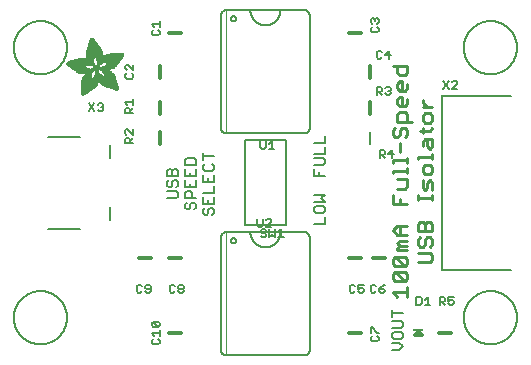
<source format=gbr>
G04 EAGLE Gerber RS-274X export*
G75*
%MOMM*%
%FSLAX34Y34*%
%LPD*%
%INSilkscreen Top*%
%IPPOS*%
%AMOC8*
5,1,8,0,0,1.08239X$1,22.5*%
G01*
%ADD10C,0.228600*%
%ADD11C,0.152400*%
%ADD12C,0.203200*%
%ADD13C,0.050800*%
%ADD14R,0.127000X0.508000*%
%ADD15C,0.127000*%
%ADD16C,0.304800*%
%ADD17R,0.007600X0.068600*%
%ADD18R,0.007600X0.114300*%
%ADD19R,0.007700X0.152400*%
%ADD20R,0.007600X0.182900*%
%ADD21R,0.007600X0.205700*%
%ADD22R,0.007600X0.228600*%
%ADD23R,0.007600X0.259100*%
%ADD24R,0.007700X0.274300*%
%ADD25R,0.007600X0.289500*%
%ADD26R,0.007600X0.304800*%
%ADD27R,0.007600X0.320100*%
%ADD28R,0.007600X0.342900*%
%ADD29R,0.007700X0.350500*%
%ADD30R,0.007600X0.365800*%
%ADD31R,0.007600X0.381000*%
%ADD32R,0.007600X0.388600*%
%ADD33R,0.007600X0.403800*%
%ADD34R,0.007700X0.419100*%
%ADD35R,0.007600X0.426700*%
%ADD36R,0.007600X0.441900*%
%ADD37R,0.007600X0.449600*%
%ADD38R,0.007600X0.464800*%
%ADD39R,0.007700X0.480000*%
%ADD40R,0.007600X0.487600*%
%ADD41R,0.007600X0.495300*%
%ADD42R,0.007600X0.510500*%
%ADD43R,0.007600X0.518100*%
%ADD44R,0.007700X0.525700*%
%ADD45R,0.007600X0.541000*%
%ADD46R,0.007600X0.548600*%
%ADD47R,0.007600X0.563800*%
%ADD48R,0.007600X0.571500*%
%ADD49R,0.007700X0.579100*%
%ADD50R,0.007600X0.594300*%
%ADD51R,0.007600X0.601900*%
%ADD52R,0.007600X0.609600*%
%ADD53R,0.007600X0.624800*%
%ADD54R,0.007700X0.632400*%
%ADD55R,0.007600X0.640000*%
%ADD56R,0.007600X0.655300*%
%ADD57R,0.007600X0.662900*%
%ADD58R,0.007600X0.678100*%
%ADD59R,0.007700X0.685800*%
%ADD60R,0.007600X0.693400*%
%ADD61R,0.007600X0.708600*%
%ADD62R,0.007600X0.716200*%
%ADD63R,0.007600X0.723900*%
%ADD64R,0.007700X0.739100*%
%ADD65R,0.007600X0.746700*%
%ADD66R,0.007600X0.754300*%
%ADD67R,0.007600X0.769600*%
%ADD68R,0.007600X0.777200*%
%ADD69R,0.007700X0.792400*%
%ADD70R,0.007600X0.800100*%
%ADD71R,0.007600X0.807700*%
%ADD72R,0.007600X0.822900*%
%ADD73R,0.007600X0.830500*%
%ADD74R,0.007700X0.838200*%
%ADD75R,0.007600X0.091500*%
%ADD76R,0.007600X0.853400*%
%ADD77R,0.007600X0.144700*%
%ADD78R,0.007600X0.861000*%
%ADD79R,0.007600X0.190500*%
%ADD80R,0.007600X0.876300*%
%ADD81R,0.007600X0.221000*%
%ADD82R,0.007600X0.883900*%
%ADD83R,0.007700X0.259000*%
%ADD84R,0.007700X0.891500*%
%ADD85R,0.007600X0.289600*%
%ADD86R,0.007600X0.906700*%
%ADD87R,0.007600X0.914400*%
%ADD88R,0.007600X0.350500*%
%ADD89R,0.007600X0.922000*%
%ADD90R,0.007600X0.937200*%
%ADD91R,0.007700X0.411400*%
%ADD92R,0.007700X0.944800*%
%ADD93R,0.007600X0.434300*%
%ADD94R,0.007600X0.952500*%
%ADD95R,0.007600X0.464900*%
%ADD96R,0.007600X0.967700*%
%ADD97R,0.007600X0.975300*%
%ADD98R,0.007600X0.518200*%
%ADD99R,0.007600X0.990600*%
%ADD100R,0.007700X0.548600*%
%ADD101R,0.007700X0.998200*%
%ADD102R,0.007600X1.005800*%
%ADD103R,0.007600X0.594400*%
%ADD104R,0.007600X1.021000*%
%ADD105R,0.007600X0.617200*%
%ADD106R,0.007600X1.028700*%
%ADD107R,0.007600X0.647700*%
%ADD108R,0.007600X1.036300*%
%ADD109R,0.007700X0.670500*%
%ADD110R,0.007700X1.051500*%
%ADD111R,0.007600X1.059100*%
%ADD112R,0.007600X0.716300*%
%ADD113R,0.007600X1.066800*%
%ADD114R,0.007600X0.739100*%
%ADD115R,0.007600X1.074400*%
%ADD116R,0.007600X0.762000*%
%ADD117R,0.007600X1.089600*%
%ADD118R,0.007700X0.784800*%
%ADD119R,0.007700X1.097200*%
%ADD120R,0.007600X1.104900*%
%ADD121R,0.007600X0.830600*%
%ADD122R,0.007600X1.112500*%
%ADD123R,0.007600X0.845800*%
%ADD124R,0.007600X1.120100*%
%ADD125R,0.007600X0.868700*%
%ADD126R,0.007600X1.127700*%
%ADD127R,0.007700X1.135300*%
%ADD128R,0.007600X1.143000*%
%ADD129R,0.007600X0.944900*%
%ADD130R,0.007600X1.150600*%
%ADD131R,0.007600X0.960100*%
%ADD132R,0.007600X1.158200*%
%ADD133R,0.007600X0.983000*%
%ADD134R,0.007600X1.165800*%
%ADD135R,0.007700X1.005900*%
%ADD136R,0.007700X1.173400*%
%ADD137R,0.007600X1.021100*%
%ADD138R,0.007600X1.181100*%
%ADD139R,0.007600X1.044000*%
%ADD140R,0.007600X1.188700*%
%ADD141R,0.007600X1.196300*%
%ADD142R,0.007600X1.082000*%
%ADD143R,0.007600X1.203900*%
%ADD144R,0.007700X1.104900*%
%ADD145R,0.007700X1.211500*%
%ADD146R,0.007600X1.211500*%
%ADD147R,0.007600X1.219200*%
%ADD148R,0.007600X1.226800*%
%ADD149R,0.007600X1.234400*%
%ADD150R,0.007700X1.188700*%
%ADD151R,0.007700X1.242000*%
%ADD152R,0.007600X1.242000*%
%ADD153R,0.007600X1.211600*%
%ADD154R,0.007600X1.249600*%
%ADD155R,0.007600X1.257300*%
%ADD156R,0.007600X1.264900*%
%ADD157R,0.007700X1.242100*%
%ADD158R,0.007700X1.264900*%
%ADD159R,0.007600X1.272500*%
%ADD160R,0.007600X1.265000*%
%ADD161R,0.007600X1.280100*%
%ADD162R,0.007600X1.272600*%
%ADD163R,0.007600X1.287700*%
%ADD164R,0.007600X1.287800*%
%ADD165R,0.007700X1.295400*%
%ADD166R,0.007600X1.303000*%
%ADD167R,0.007600X1.318200*%
%ADD168R,0.007600X1.310600*%
%ADD169R,0.007600X1.325900*%
%ADD170R,0.007700X1.341100*%
%ADD171R,0.007700X1.318200*%
%ADD172R,0.007600X1.341100*%
%ADD173R,0.007600X1.325800*%
%ADD174R,0.007600X1.348700*%
%ADD175R,0.007600X1.364000*%
%ADD176R,0.007600X1.333500*%
%ADD177R,0.007700X1.371600*%
%ADD178R,0.007600X1.379200*%
%ADD179R,0.007600X1.379300*%
%ADD180R,0.007600X1.386900*%
%ADD181R,0.007600X1.394500*%
%ADD182R,0.007600X1.356300*%
%ADD183R,0.007700X1.394400*%
%ADD184R,0.007700X1.356300*%
%ADD185R,0.007600X1.402000*%
%ADD186R,0.007600X1.409700*%
%ADD187R,0.007600X1.363900*%
%ADD188R,0.007600X1.417300*%
%ADD189R,0.007600X1.371600*%
%ADD190R,0.007700X1.424900*%
%ADD191R,0.007600X1.424900*%
%ADD192R,0.007600X1.432600*%
%ADD193R,0.007600X1.440200*%
%ADD194R,0.007600X1.386800*%
%ADD195R,0.007700X1.447800*%
%ADD196R,0.007700X1.386800*%
%ADD197R,0.007600X1.447800*%
%ADD198R,0.007600X1.455500*%
%ADD199R,0.007600X1.394400*%
%ADD200R,0.007600X1.463100*%
%ADD201R,0.007700X1.455400*%
%ADD202R,0.007600X1.463000*%
%ADD203R,0.007600X1.470600*%
%ADD204R,0.007700X1.470600*%
%ADD205R,0.007700X1.409700*%
%ADD206R,0.007600X1.470700*%
%ADD207R,0.007600X1.402100*%
%ADD208R,0.007600X1.478300*%
%ADD209R,0.007700X1.478300*%
%ADD210R,0.007700X1.402100*%
%ADD211R,0.007600X1.485900*%
%ADD212R,0.007700X1.485900*%
%ADD213R,0.007700X1.493500*%
%ADD214R,0.007600X1.493500*%
%ADD215R,0.007700X1.394500*%
%ADD216R,0.007700X1.493600*%
%ADD217R,0.007700X1.386900*%
%ADD218R,0.007700X1.379200*%
%ADD219R,0.007700X2.857500*%
%ADD220R,0.007600X2.857500*%
%ADD221R,0.007600X2.849900*%
%ADD222R,0.007600X2.842300*%
%ADD223R,0.007700X2.834700*%
%ADD224R,0.007600X2.827000*%
%ADD225R,0.007600X2.819400*%
%ADD226R,0.007600X2.811800*%
%ADD227R,0.007700X2.811800*%
%ADD228R,0.007600X2.804100*%
%ADD229R,0.007600X2.796500*%
%ADD230R,0.007600X1.966000*%
%ADD231R,0.007600X1.943100*%
%ADD232R,0.007600X0.754400*%
%ADD233R,0.007700X1.927900*%
%ADD234R,0.007700X0.746700*%
%ADD235R,0.007600X1.912600*%
%ADD236R,0.007600X0.731500*%
%ADD237R,0.007600X1.905000*%
%ADD238R,0.007600X1.882200*%
%ADD239R,0.007600X1.874600*%
%ADD240R,0.007700X1.866900*%
%ADD241R,0.007700X0.708700*%
%ADD242R,0.007600X1.851600*%
%ADD243R,0.007600X0.701100*%
%ADD244R,0.007600X1.844000*%
%ADD245R,0.007600X1.836400*%
%ADD246R,0.007600X1.821200*%
%ADD247R,0.007600X0.685800*%
%ADD248R,0.007700X1.813500*%
%ADD249R,0.007600X1.805900*%
%ADD250R,0.007600X0.678200*%
%ADD251R,0.007600X1.790700*%
%ADD252R,0.007600X0.670600*%
%ADD253R,0.007600X1.775500*%
%ADD254R,0.007700X1.767900*%
%ADD255R,0.007700X0.663000*%
%ADD256R,0.007600X1.760200*%
%ADD257R,0.007600X1.752600*%
%ADD258R,0.007600X0.937300*%
%ADD259R,0.007600X0.792500*%
%ADD260R,0.007600X0.899100*%
%ADD261R,0.007700X0.883900*%
%ADD262R,0.007700X0.716300*%
%ADD263R,0.007700X0.647700*%
%ADD264R,0.007600X0.640100*%
%ADD265R,0.007600X0.632500*%
%ADD266R,0.007600X0.655400*%
%ADD267R,0.007600X0.632400*%
%ADD268R,0.007700X0.845800*%
%ADD269R,0.007700X0.617200*%
%ADD270R,0.007700X0.624800*%
%ADD271R,0.007600X0.602000*%
%ADD272R,0.007600X0.838200*%
%ADD273R,0.007600X0.586700*%
%ADD274R,0.007600X0.548700*%
%ADD275R,0.007700X0.830500*%
%ADD276R,0.007700X0.541000*%
%ADD277R,0.007700X0.594300*%
%ADD278R,0.007600X0.525800*%
%ADD279R,0.007600X0.586800*%
%ADD280R,0.007600X0.815300*%
%ADD281R,0.007600X0.579200*%
%ADD282R,0.007600X0.815400*%
%ADD283R,0.007700X0.815400*%
%ADD284R,0.007700X0.571500*%
%ADD285R,0.007600X0.807800*%
%ADD286R,0.007600X0.563900*%
%ADD287R,0.007600X0.457200*%
%ADD288R,0.007600X0.442000*%
%ADD289R,0.007600X0.556300*%
%ADD290R,0.007700X0.807700*%
%ADD291R,0.007600X0.411500*%
%ADD292R,0.007600X0.533400*%
%ADD293R,0.007600X0.076200*%
%ADD294R,0.007600X0.403900*%
%ADD295R,0.007600X0.525700*%
%ADD296R,0.007600X0.388700*%
%ADD297R,0.007600X0.297200*%
%ADD298R,0.007700X0.373400*%
%ADD299R,0.007700X0.503000*%
%ADD300R,0.007700X0.426800*%
%ADD301R,0.007600X0.358100*%
%ADD302R,0.007600X0.502900*%
%ADD303R,0.007600X0.472400*%
%ADD304R,0.007600X0.487700*%
%ADD305R,0.007600X0.335300*%
%ADD306R,0.007700X0.792500*%
%ADD307R,0.007700X0.327600*%
%ADD308R,0.007700X0.472400*%
%ADD309R,0.007700X0.640000*%
%ADD310R,0.007600X0.784800*%
%ADD311R,0.007600X0.320000*%
%ADD312R,0.007600X0.792400*%
%ADD313R,0.007600X1.173400*%
%ADD314R,0.007600X1.196400*%
%ADD315R,0.007600X0.784900*%
%ADD316R,0.007700X0.784900*%
%ADD317R,0.007700X0.297200*%
%ADD318R,0.007600X1.249700*%
%ADD319R,0.007600X0.281900*%
%ADD320R,0.007600X1.295400*%
%ADD321R,0.007600X0.266700*%
%ADD322R,0.007700X0.777300*%
%ADD323R,0.007700X0.266700*%
%ADD324R,0.007700X1.333500*%
%ADD325R,0.007600X0.777300*%
%ADD326R,0.007600X1.348800*%
%ADD327R,0.007600X0.251500*%
%ADD328R,0.007700X0.243900*%
%ADD329R,0.007600X0.243900*%
%ADD330R,0.007600X1.440100*%
%ADD331R,0.007600X0.236200*%
%ADD332R,0.007700X0.762000*%
%ADD333R,0.007700X0.236200*%
%ADD334R,0.007700X1.508700*%
%ADD335R,0.007600X1.531600*%
%ADD336R,0.007600X1.546900*%
%ADD337R,0.007600X1.569700*%
%ADD338R,0.007600X1.585000*%
%ADD339R,0.007700X0.746800*%
%ADD340R,0.007700X1.607800*%
%ADD341R,0.007600X0.243800*%
%ADD342R,0.007600X1.630700*%
%ADD343R,0.007600X1.653500*%
%ADD344R,0.007600X0.739200*%
%ADD345R,0.007600X1.684000*%
%ADD346R,0.007600X2.019300*%
%ADD347R,0.007700X0.731500*%
%ADD348R,0.007700X2.026900*%
%ADD349R,0.007600X2.049800*%
%ADD350R,0.007600X2.057400*%
%ADD351R,0.007600X0.708700*%
%ADD352R,0.007600X2.072600*%
%ADD353R,0.007600X0.701000*%
%ADD354R,0.007600X2.095500*%
%ADD355R,0.007700X0.693500*%
%ADD356R,0.007700X2.110800*%
%ADD357R,0.007600X2.141200*%
%ADD358R,0.007600X0.060900*%
%ADD359R,0.007600X2.872700*%
%ADD360R,0.007600X3.124200*%
%ADD361R,0.007600X3.177600*%
%ADD362R,0.007700X3.215600*%
%ADD363R,0.007600X3.253700*%
%ADD364R,0.007600X3.284300*%
%ADD365R,0.007600X3.314700*%
%ADD366R,0.007600X3.352800*%
%ADD367R,0.007700X3.375600*%
%ADD368R,0.007600X3.406200*%
%ADD369R,0.007600X3.429000*%
%ADD370R,0.007600X3.451800*%
%ADD371R,0.007600X3.482400*%
%ADD372R,0.007700X1.828800*%
%ADD373R,0.007700X1.539300*%
%ADD374R,0.007600X1.767900*%
%ADD375R,0.007600X1.767800*%
%ADD376R,0.007700X1.760200*%
%ADD377R,0.007600X1.760300*%
%ADD378R,0.007700X1.775400*%
%ADD379R,0.007700X1.379300*%
%ADD380R,0.007600X1.783000*%
%ADD381R,0.007600X1.813500*%
%ADD382R,0.007700X1.821100*%
%ADD383R,0.007600X0.503000*%
%ADD384R,0.007600X1.135400*%
%ADD385R,0.007700X1.127700*%
%ADD386R,0.007700X0.487700*%
%ADD387R,0.007600X1.120200*%
%ADD388R,0.007600X1.097300*%
%ADD389R,0.007600X0.510600*%
%ADD390R,0.007700X1.074400*%
%ADD391R,0.007700X0.525800*%
%ADD392R,0.007700X1.440200*%
%ADD393R,0.007600X1.059200*%
%ADD394R,0.007600X1.051600*%
%ADD395R,0.007600X1.051500*%
%ADD396R,0.007700X1.043900*%
%ADD397R,0.007700X0.602000*%
%ADD398R,0.007600X1.524000*%
%ADD399R,0.007600X1.539300*%
%ADD400R,0.007600X1.592600*%
%ADD401R,0.007700X1.021100*%
%ADD402R,0.007700X1.615400*%
%ADD403R,0.007600X1.013400*%
%ADD404R,0.007600X1.653600*%
%ADD405R,0.007600X1.013500*%
%ADD406R,0.007600X1.699300*%
%ADD407R,0.007600X2.743200*%
%ADD408R,0.007600X1.005900*%
%ADD409R,0.007600X2.415500*%
%ADD410R,0.007700X1.005800*%
%ADD411R,0.007700X0.281900*%
%ADD412R,0.007700X2.408000*%
%ADD413R,0.007600X2.407900*%
%ADD414R,0.007600X0.998200*%
%ADD415R,0.007600X0.282000*%
%ADD416R,0.007600X0.998300*%
%ADD417R,0.007600X2.400300*%
%ADD418R,0.007700X0.289500*%
%ADD419R,0.007700X2.400300*%
%ADD420R,0.007600X0.297100*%
%ADD421R,0.007600X0.312400*%
%ADD422R,0.007600X2.392700*%
%ADD423R,0.007700X0.990600*%
%ADD424R,0.007700X0.327700*%
%ADD425R,0.007700X2.392700*%
%ADD426R,0.007600X2.385100*%
%ADD427R,0.007700X0.381000*%
%ADD428R,0.007700X2.377400*%
%ADD429R,0.007600X2.377400*%
%ADD430R,0.007600X2.369800*%
%ADD431R,0.007600X0.419100*%
%ADD432R,0.007600X2.362200*%
%ADD433R,0.007600X0.426800*%
%ADD434R,0.007700X1.036300*%
%ADD435R,0.007700X0.442000*%
%ADD436R,0.007700X2.354600*%
%ADD437R,0.007600X2.354600*%
%ADD438R,0.007600X0.480100*%
%ADD439R,0.007600X2.347000*%
%ADD440R,0.007600X1.074500*%
%ADD441R,0.007600X2.339400*%
%ADD442R,0.007700X1.082100*%
%ADD443R,0.007700X0.548700*%
%ADD444R,0.007700X2.331800*%
%ADD445R,0.007600X2.331800*%
%ADD446R,0.007600X0.624900*%
%ADD447R,0.007600X2.324100*%
%ADD448R,0.007600X1.859300*%
%ADD449R,0.007600X2.308800*%
%ADD450R,0.007700X2.301200*%
%ADD451R,0.007600X2.301200*%
%ADD452R,0.007600X2.293600*%
%ADD453R,0.007600X2.278400*%
%ADD454R,0.007600X1.889800*%
%ADD455R,0.007600X2.270700*%
%ADD456R,0.007700X1.897400*%
%ADD457R,0.007700X2.255500*%
%ADD458R,0.007600X1.897400*%
%ADD459R,0.007600X2.247900*%
%ADD460R,0.007600X2.232600*%
%ADD461R,0.007600X1.912700*%
%ADD462R,0.007600X2.209800*%
%ADD463R,0.007600X1.920300*%
%ADD464R,0.007600X2.186900*%
%ADD465R,0.007700X1.920300*%
%ADD466R,0.007700X2.171700*%
%ADD467R,0.007600X1.935500*%
%ADD468R,0.007600X2.148800*%
%ADD469R,0.007600X2.126000*%
%ADD470R,0.007600X1.950700*%
%ADD471R,0.007700X1.958400*%
%ADD472R,0.007700X2.042200*%
%ADD473R,0.007600X1.973600*%
%ADD474R,0.007600X1.996500*%
%ADD475R,0.007600X1.981200*%
%ADD476R,0.007600X1.988800*%
%ADD477R,0.007700X1.996400*%
%ADD478R,0.007600X1.996400*%
%ADD479R,0.007600X2.004100*%
%ADD480R,0.007600X1.874500*%
%ADD481R,0.007600X1.425000*%
%ADD482R,0.007600X2.026900*%
%ADD483R,0.007700X0.434400*%
%ADD484R,0.007700X1.364000*%
%ADD485R,0.007600X2.034500*%
%ADD486R,0.007600X0.434400*%
%ADD487R,0.007600X2.049700*%
%ADD488R,0.007700X2.065000*%
%ADD489R,0.007700X0.464800*%
%ADD490R,0.007700X1.196300*%
%ADD491R,0.007600X2.080300*%
%ADD492R,0.007600X1.158300*%
%ADD493R,0.007600X2.087900*%
%ADD494R,0.007600X0.472500*%
%ADD495R,0.007600X2.103100*%
%ADD496R,0.007600X2.118400*%
%ADD497R,0.007600X2.133600*%
%ADD498R,0.007700X2.148800*%
%ADD499R,0.007600X2.164000*%
%ADD500R,0.007600X2.171700*%
%ADD501R,0.007600X2.187000*%
%ADD502R,0.007600X0.556200*%
%ADD503R,0.007700X2.202200*%
%ADD504R,0.007700X0.556200*%
%ADD505R,0.007700X0.640100*%
%ADD506R,0.007600X0.579100*%
%ADD507R,0.007600X0.480000*%
%ADD508R,0.007700X1.752600*%
%ADD509R,0.007700X0.487600*%
%ADD510R,0.007700X0.594400*%
%ADD511R,0.007700X0.358100*%
%ADD512R,0.007600X0.099000*%
%ADD513R,0.007600X1.280200*%
%ADD514R,0.007600X1.745000*%
%ADD515R,0.007600X1.744900*%
%ADD516R,0.007700X1.737300*%
%ADD517R,0.007600X1.737400*%
%ADD518R,0.007600X1.729800*%
%ADD519R,0.007600X1.722200*%
%ADD520R,0.007600X1.722100*%
%ADD521R,0.007700X1.714500*%
%ADD522R,0.007700X1.356400*%
%ADD523R,0.007600X1.706900*%
%ADD524R,0.007600X1.356400*%
%ADD525R,0.007600X1.691700*%
%ADD526R,0.007700X1.668800*%
%ADD527R,0.007600X1.645900*%
%ADD528R,0.007600X1.623100*%
%ADD529R,0.007600X1.577400*%
%ADD530R,0.007600X1.554400*%
%ADD531R,0.007600X1.539200*%
%ADD532R,0.007700X1.524000*%
%ADD533R,0.007600X1.501100*%
%ADD534R,0.007600X1.455400*%
%ADD535R,0.007700X1.348800*%
%ADD536R,0.007600X1.318300*%
%ADD537R,0.007700X1.310600*%
%ADD538R,0.007700X1.287800*%
%ADD539R,0.007600X1.234500*%
%ADD540R,0.007600X1.226900*%
%ADD541R,0.007700X1.173500*%
%ADD542R,0.007600X1.173500*%
%ADD543R,0.007600X1.165900*%
%ADD544R,0.007700X1.143000*%
%ADD545R,0.007600X1.127800*%
%ADD546R,0.007600X1.097200*%
%ADD547R,0.007700X1.028700*%
%ADD548R,0.007600X0.982900*%
%ADD549R,0.007700X0.952500*%
%ADD550R,0.007600X0.929600*%
%ADD551R,0.007700X0.906800*%
%ADD552R,0.007600X0.906800*%
%ADD553R,0.007600X0.899200*%
%ADD554R,0.007600X0.884000*%
%ADD555R,0.007700X0.876300*%
%ADD556R,0.007700X0.830600*%
%ADD557R,0.007700X0.754400*%
%ADD558R,0.007600X0.746800*%
%ADD559R,0.007700X0.708600*%
%ADD560R,0.007700X0.678200*%
%ADD561R,0.007600X0.663000*%
%ADD562R,0.007700X0.632500*%
%ADD563R,0.007700X0.556300*%
%ADD564R,0.007700X0.518200*%
%ADD565R,0.007700X0.434300*%
%ADD566R,0.007700X0.396300*%
%ADD567R,0.007600X0.373300*%
%ADD568R,0.007600X0.365700*%
%ADD569R,0.007600X0.327700*%
%ADD570R,0.007700X0.304800*%
%ADD571R,0.007600X0.274300*%
%ADD572R,0.007700X0.243800*%
%ADD573R,0.007600X0.205800*%
%ADD574R,0.007600X0.152400*%
%ADD575R,0.007700X0.121900*%
%ADD576R,0.889000X0.190500*%

G36*
X361968Y22102D02*
X361968Y22102D01*
X361985Y22100D01*
X362089Y22121D01*
X362193Y22139D01*
X362208Y22147D01*
X362226Y22151D01*
X362317Y22204D01*
X362410Y22254D01*
X362422Y22266D01*
X362438Y22276D01*
X362507Y22355D01*
X362580Y22432D01*
X362587Y22448D01*
X362599Y22462D01*
X362639Y22559D01*
X362683Y22655D01*
X362685Y22673D01*
X362692Y22689D01*
X362699Y22795D01*
X362710Y22899D01*
X362706Y22917D01*
X362708Y22935D01*
X362680Y23037D01*
X362658Y23140D01*
X362649Y23155D01*
X362644Y23172D01*
X362559Y23317D01*
X358749Y28397D01*
X358746Y28400D01*
X358744Y28404D01*
X358657Y28485D01*
X358572Y28567D01*
X358568Y28569D01*
X358565Y28572D01*
X358456Y28622D01*
X358349Y28672D01*
X358345Y28672D01*
X358341Y28674D01*
X358223Y28687D01*
X358105Y28700D01*
X358101Y28700D01*
X358096Y28700D01*
X357980Y28674D01*
X357864Y28650D01*
X357860Y28647D01*
X357856Y28646D01*
X357754Y28585D01*
X357652Y28525D01*
X357649Y28521D01*
X357646Y28519D01*
X357531Y28397D01*
X353721Y23317D01*
X353713Y23301D01*
X353701Y23288D01*
X353656Y23192D01*
X353607Y23099D01*
X353604Y23081D01*
X353597Y23065D01*
X353585Y22960D01*
X353569Y22856D01*
X353572Y22838D01*
X353570Y22821D01*
X353592Y22718D01*
X353610Y22613D01*
X353618Y22598D01*
X353622Y22580D01*
X353676Y22490D01*
X353726Y22397D01*
X353739Y22384D01*
X353748Y22369D01*
X353828Y22300D01*
X353905Y22228D01*
X353922Y22221D01*
X353935Y22209D01*
X354033Y22170D01*
X354129Y22126D01*
X354147Y22124D01*
X354163Y22117D01*
X354330Y22099D01*
X361950Y22099D01*
X361968Y22102D01*
G37*
D10*
X340396Y55671D02*
X336413Y59653D01*
X348361Y59653D01*
X348361Y55671D02*
X348361Y63636D01*
X346370Y68768D02*
X338404Y68768D01*
X336413Y70759D01*
X336413Y74742D01*
X338404Y76733D01*
X346370Y76733D01*
X348361Y74742D01*
X348361Y70759D01*
X346370Y68768D01*
X338404Y76733D01*
X338404Y81865D02*
X346370Y81865D01*
X338404Y81865D02*
X336413Y83856D01*
X336413Y87839D01*
X338404Y89831D01*
X346370Y89831D01*
X348361Y87839D01*
X348361Y83856D01*
X346370Y81865D01*
X338404Y89831D01*
X340396Y94962D02*
X348361Y94962D01*
X340396Y94962D02*
X340396Y96954D01*
X342387Y98945D01*
X348361Y98945D01*
X342387Y98945D02*
X340396Y100936D01*
X342387Y102928D01*
X348361Y102928D01*
X348361Y108060D02*
X340396Y108060D01*
X336413Y112042D01*
X340396Y116025D01*
X348361Y116025D01*
X342387Y116025D02*
X342387Y108060D01*
X348361Y134254D02*
X336413Y134254D01*
X336413Y142220D01*
X342387Y138237D02*
X342387Y134254D01*
X340396Y147351D02*
X346370Y147351D01*
X348361Y149343D01*
X348361Y155317D01*
X340396Y155317D01*
X336413Y160449D02*
X336413Y162440D01*
X348361Y162440D01*
X348361Y160449D02*
X348361Y164431D01*
X336413Y169180D02*
X336413Y171171D01*
X348361Y171171D01*
X348361Y169180D02*
X348361Y173163D01*
X342387Y177912D02*
X342387Y185877D01*
X336413Y196983D02*
X338404Y198974D01*
X336413Y196983D02*
X336413Y193000D01*
X338404Y191009D01*
X340396Y191009D01*
X342387Y193000D01*
X342387Y196983D01*
X344378Y198974D01*
X346370Y198974D01*
X348361Y196983D01*
X348361Y193000D01*
X346370Y191009D01*
X352344Y204106D02*
X340396Y204106D01*
X340396Y210080D01*
X342387Y212072D01*
X346370Y212072D01*
X348361Y210080D01*
X348361Y204106D01*
X348361Y219195D02*
X348361Y223177D01*
X348361Y219195D02*
X346370Y217203D01*
X342387Y217203D01*
X340396Y219195D01*
X340396Y223177D01*
X342387Y225169D01*
X344378Y225169D01*
X344378Y217203D01*
X348361Y232292D02*
X348361Y236275D01*
X348361Y232292D02*
X346370Y230301D01*
X342387Y230301D01*
X340396Y232292D01*
X340396Y236275D01*
X342387Y238266D01*
X344378Y238266D01*
X344378Y230301D01*
X348361Y251363D02*
X336413Y251363D01*
X348361Y251363D02*
X348361Y245389D01*
X346370Y243398D01*
X342387Y243398D01*
X340396Y245389D01*
X340396Y251363D01*
X357749Y85139D02*
X367706Y85139D01*
X369697Y87131D01*
X369697Y91114D01*
X367706Y93105D01*
X357749Y93105D01*
X357749Y104211D02*
X359740Y106202D01*
X357749Y104211D02*
X357749Y100228D01*
X359740Y98237D01*
X361732Y98237D01*
X363723Y100228D01*
X363723Y104211D01*
X365714Y106202D01*
X367706Y106202D01*
X369697Y104211D01*
X369697Y100228D01*
X367706Y98237D01*
X369697Y111334D02*
X357749Y111334D01*
X357749Y117308D01*
X359740Y119299D01*
X361732Y119299D01*
X363723Y117308D01*
X365714Y119299D01*
X367706Y119299D01*
X369697Y117308D01*
X369697Y111334D01*
X363723Y111334D02*
X363723Y117308D01*
X369697Y137528D02*
X369697Y141511D01*
X369697Y139520D02*
X357749Y139520D01*
X357749Y141511D02*
X357749Y137528D01*
X369697Y146260D02*
X369697Y152234D01*
X367706Y154225D01*
X365714Y152234D01*
X365714Y148251D01*
X363723Y146260D01*
X361732Y148251D01*
X361732Y154225D01*
X369697Y161349D02*
X369697Y165331D01*
X367706Y167323D01*
X363723Y167323D01*
X361732Y165331D01*
X361732Y161349D01*
X363723Y159357D01*
X367706Y159357D01*
X369697Y161349D01*
X357749Y172454D02*
X357749Y174446D01*
X369697Y174446D01*
X369697Y176437D02*
X369697Y172454D01*
X361732Y183177D02*
X361732Y187160D01*
X363723Y189151D01*
X369697Y189151D01*
X369697Y183177D01*
X367706Y181186D01*
X365714Y183177D01*
X365714Y189151D01*
X367706Y196275D02*
X359740Y196275D01*
X367706Y196275D02*
X369697Y198266D01*
X361732Y198266D02*
X361732Y194283D01*
X369697Y205006D02*
X369697Y208989D01*
X367706Y210980D01*
X363723Y210980D01*
X361732Y208989D01*
X361732Y205006D01*
X363723Y203015D01*
X367706Y203015D01*
X369697Y205006D01*
X369697Y216112D02*
X361732Y216112D01*
X365714Y216112D02*
X361732Y220095D01*
X361732Y222086D01*
D11*
X278638Y158242D02*
X269995Y158242D01*
X269995Y164004D01*
X274316Y161123D02*
X274316Y158242D01*
X277197Y167597D02*
X269995Y167597D01*
X277197Y167597D02*
X278638Y169038D01*
X278638Y171919D01*
X277197Y173359D01*
X269995Y173359D01*
X269995Y176952D02*
X278638Y176952D01*
X278638Y182715D01*
X278638Y186308D02*
X269995Y186308D01*
X278638Y186308D02*
X278638Y192070D01*
X278638Y117602D02*
X269995Y117602D01*
X278638Y117602D02*
X278638Y123364D01*
X269995Y128398D02*
X269995Y131279D01*
X269995Y128398D02*
X271435Y126957D01*
X277197Y126957D01*
X278638Y128398D01*
X278638Y131279D01*
X277197Y132719D01*
X271435Y132719D01*
X269995Y131279D01*
X269995Y136312D02*
X278638Y136312D01*
X275757Y139194D01*
X278638Y142075D01*
X269995Y142075D01*
X152737Y139129D02*
X145535Y139129D01*
X152737Y139129D02*
X154178Y140570D01*
X154178Y143451D01*
X152737Y144891D01*
X145535Y144891D01*
X145535Y152806D02*
X146975Y154247D01*
X145535Y152806D02*
X145535Y149925D01*
X146975Y148484D01*
X148416Y148484D01*
X149856Y149925D01*
X149856Y152806D01*
X151297Y154247D01*
X152737Y154247D01*
X154178Y152806D01*
X154178Y149925D01*
X152737Y148484D01*
X154178Y157840D02*
X145535Y157840D01*
X145535Y162161D01*
X146975Y163602D01*
X148416Y163602D01*
X149856Y162161D01*
X151297Y163602D01*
X152737Y163602D01*
X154178Y162161D01*
X154178Y157840D01*
X149856Y157840D02*
X149856Y162161D01*
X162215Y135536D02*
X160775Y134096D01*
X160775Y131215D01*
X162215Y129774D01*
X163656Y129774D01*
X165096Y131215D01*
X165096Y134096D01*
X166537Y135536D01*
X167977Y135536D01*
X169418Y134096D01*
X169418Y131215D01*
X167977Y129774D01*
X169418Y139129D02*
X160775Y139129D01*
X160775Y143451D01*
X162215Y144891D01*
X165096Y144891D01*
X166537Y143451D01*
X166537Y139129D01*
X160775Y148484D02*
X160775Y154247D01*
X160775Y148484D02*
X169418Y148484D01*
X169418Y154247D01*
X165096Y151366D02*
X165096Y148484D01*
X160775Y157840D02*
X160775Y163602D01*
X160775Y157840D02*
X169418Y157840D01*
X169418Y163602D01*
X165096Y160721D02*
X165096Y157840D01*
X160775Y167195D02*
X169418Y167195D01*
X169418Y171516D01*
X167977Y172957D01*
X162215Y172957D01*
X160775Y171516D01*
X160775Y167195D01*
X177455Y130859D02*
X176015Y129418D01*
X176015Y126537D01*
X177455Y125096D01*
X178896Y125096D01*
X180336Y126537D01*
X180336Y129418D01*
X181777Y130859D01*
X183217Y130859D01*
X184658Y129418D01*
X184658Y126537D01*
X183217Y125096D01*
X176015Y134452D02*
X176015Y140214D01*
X176015Y134452D02*
X184658Y134452D01*
X184658Y140214D01*
X180336Y137333D02*
X180336Y134452D01*
X176015Y143807D02*
X184658Y143807D01*
X184658Y149569D01*
X176015Y153162D02*
X176015Y158924D01*
X176015Y153162D02*
X184658Y153162D01*
X184658Y158924D01*
X180336Y156043D02*
X180336Y153162D01*
X176015Y166839D02*
X177455Y168279D01*
X176015Y166839D02*
X176015Y163958D01*
X177455Y162517D01*
X183217Y162517D01*
X184658Y163958D01*
X184658Y166839D01*
X183217Y168279D01*
X184658Y174754D02*
X176015Y174754D01*
X176015Y177635D02*
X176015Y171872D01*
X336035Y10922D02*
X341797Y10922D01*
X344678Y13803D01*
X341797Y16684D01*
X336035Y16684D01*
X336035Y21718D02*
X336035Y24599D01*
X336035Y21718D02*
X337475Y20277D01*
X343237Y20277D01*
X344678Y21718D01*
X344678Y24599D01*
X343237Y26039D01*
X337475Y26039D01*
X336035Y24599D01*
X336035Y29632D02*
X343237Y29632D01*
X344678Y31073D01*
X344678Y33954D01*
X343237Y35395D01*
X336035Y35395D01*
X336035Y41869D02*
X344678Y41869D01*
X336035Y38988D02*
X336035Y44750D01*
D12*
X265938Y198120D02*
X265938Y294640D01*
X191262Y198120D02*
X191264Y197998D01*
X191270Y197876D01*
X191280Y197754D01*
X191293Y197633D01*
X191311Y197512D01*
X191332Y197392D01*
X191358Y197272D01*
X191387Y197154D01*
X191419Y197036D01*
X191456Y196919D01*
X191496Y196804D01*
X191540Y196690D01*
X191588Y196578D01*
X191639Y196467D01*
X191694Y196358D01*
X191752Y196250D01*
X191814Y196145D01*
X191879Y196042D01*
X191947Y195940D01*
X192019Y195841D01*
X192093Y195745D01*
X192171Y195650D01*
X192252Y195559D01*
X192335Y195469D01*
X192421Y195383D01*
X192511Y195300D01*
X192602Y195219D01*
X192697Y195141D01*
X192793Y195067D01*
X192892Y194995D01*
X192994Y194927D01*
X193097Y194862D01*
X193202Y194800D01*
X193310Y194742D01*
X193419Y194687D01*
X193530Y194636D01*
X193642Y194588D01*
X193756Y194544D01*
X193871Y194504D01*
X193988Y194467D01*
X194106Y194435D01*
X194224Y194406D01*
X194344Y194380D01*
X194464Y194359D01*
X194585Y194341D01*
X194706Y194328D01*
X194828Y194318D01*
X194950Y194312D01*
X195072Y194310D01*
X265938Y294640D02*
X265936Y294762D01*
X265930Y294884D01*
X265920Y295006D01*
X265907Y295127D01*
X265889Y295248D01*
X265868Y295368D01*
X265842Y295488D01*
X265813Y295606D01*
X265781Y295724D01*
X265744Y295841D01*
X265704Y295956D01*
X265660Y296070D01*
X265612Y296182D01*
X265561Y296293D01*
X265506Y296402D01*
X265448Y296510D01*
X265386Y296615D01*
X265321Y296718D01*
X265253Y296820D01*
X265181Y296919D01*
X265107Y297015D01*
X265029Y297110D01*
X264948Y297201D01*
X264865Y297291D01*
X264779Y297377D01*
X264689Y297460D01*
X264598Y297541D01*
X264503Y297619D01*
X264407Y297693D01*
X264308Y297765D01*
X264206Y297833D01*
X264103Y297898D01*
X263998Y297960D01*
X263890Y298018D01*
X263781Y298073D01*
X263670Y298124D01*
X263558Y298172D01*
X263444Y298216D01*
X263329Y298256D01*
X263212Y298293D01*
X263094Y298325D01*
X262976Y298354D01*
X262856Y298380D01*
X262736Y298401D01*
X262615Y298419D01*
X262494Y298432D01*
X262372Y298442D01*
X262250Y298448D01*
X262128Y298450D01*
X265938Y198120D02*
X265936Y197998D01*
X265930Y197876D01*
X265920Y197754D01*
X265907Y197633D01*
X265889Y197512D01*
X265868Y197392D01*
X265842Y197272D01*
X265813Y197154D01*
X265781Y197036D01*
X265744Y196919D01*
X265704Y196804D01*
X265660Y196690D01*
X265612Y196578D01*
X265561Y196467D01*
X265506Y196358D01*
X265448Y196250D01*
X265386Y196145D01*
X265321Y196042D01*
X265253Y195940D01*
X265181Y195841D01*
X265107Y195745D01*
X265029Y195650D01*
X264948Y195559D01*
X264865Y195469D01*
X264779Y195383D01*
X264689Y195300D01*
X264598Y195219D01*
X264503Y195141D01*
X264407Y195067D01*
X264308Y194995D01*
X264206Y194927D01*
X264103Y194862D01*
X263998Y194800D01*
X263890Y194742D01*
X263781Y194687D01*
X263670Y194636D01*
X263558Y194588D01*
X263444Y194544D01*
X263329Y194504D01*
X263212Y194467D01*
X263094Y194435D01*
X262976Y194406D01*
X262856Y194380D01*
X262736Y194359D01*
X262615Y194341D01*
X262494Y194328D01*
X262372Y194318D01*
X262250Y194312D01*
X262128Y194310D01*
X191262Y294640D02*
X191264Y294762D01*
X191270Y294884D01*
X191280Y295006D01*
X191293Y295127D01*
X191311Y295248D01*
X191332Y295368D01*
X191358Y295488D01*
X191387Y295606D01*
X191419Y295724D01*
X191456Y295841D01*
X191496Y295956D01*
X191540Y296070D01*
X191588Y296182D01*
X191639Y296293D01*
X191694Y296402D01*
X191752Y296510D01*
X191814Y296615D01*
X191879Y296718D01*
X191947Y296820D01*
X192019Y296919D01*
X192093Y297015D01*
X192171Y297110D01*
X192252Y297201D01*
X192335Y297291D01*
X192421Y297377D01*
X192511Y297460D01*
X192602Y297541D01*
X192697Y297619D01*
X192793Y297693D01*
X192892Y297765D01*
X192994Y297833D01*
X193097Y297898D01*
X193202Y297960D01*
X193310Y298018D01*
X193419Y298073D01*
X193530Y298124D01*
X193642Y298172D01*
X193756Y298216D01*
X193871Y298256D01*
X193988Y298293D01*
X194106Y298325D01*
X194224Y298354D01*
X194344Y298380D01*
X194464Y298401D01*
X194585Y298419D01*
X194706Y298432D01*
X194828Y298442D01*
X194950Y298448D01*
X195072Y298450D01*
X191262Y294640D02*
X191262Y198120D01*
X195072Y194310D02*
X262128Y194310D01*
X262128Y298450D02*
X241300Y298450D01*
X215900Y298450D01*
X195072Y298450D01*
D13*
X194818Y298450D02*
X194818Y194310D01*
D12*
X215900Y298450D02*
X215904Y298141D01*
X215915Y297832D01*
X215934Y297523D01*
X215960Y297215D01*
X215994Y296907D01*
X216035Y296601D01*
X216084Y296295D01*
X216140Y295991D01*
X216204Y295689D01*
X216275Y295388D01*
X216353Y295088D01*
X216438Y294791D01*
X216531Y294496D01*
X216631Y294203D01*
X216738Y293913D01*
X216852Y293626D01*
X216973Y293341D01*
X217101Y293059D01*
X217235Y292781D01*
X217377Y292506D01*
X217525Y292234D01*
X217680Y291967D01*
X217841Y291703D01*
X218008Y291443D01*
X218182Y291187D01*
X218362Y290935D01*
X218548Y290688D01*
X218740Y290446D01*
X218938Y290208D01*
X219141Y289975D01*
X219351Y289747D01*
X219565Y289525D01*
X219785Y289307D01*
X220011Y289095D01*
X220241Y288889D01*
X220476Y288688D01*
X220716Y288493D01*
X220961Y288304D01*
X221210Y288121D01*
X221464Y287944D01*
X221722Y287774D01*
X221984Y287609D01*
X222250Y287451D01*
X222520Y287300D01*
X222793Y287155D01*
X223070Y287017D01*
X223350Y286886D01*
X223633Y286762D01*
X223919Y286644D01*
X224208Y286534D01*
X224499Y286430D01*
X224793Y286334D01*
X225089Y286245D01*
X225388Y286163D01*
X225688Y286088D01*
X225990Y286021D01*
X226293Y285961D01*
X226598Y285909D01*
X226904Y285864D01*
X227211Y285826D01*
X227519Y285796D01*
X227827Y285774D01*
X228136Y285758D01*
X228445Y285751D01*
X228755Y285751D01*
X229064Y285758D01*
X229373Y285774D01*
X229681Y285796D01*
X229989Y285826D01*
X230296Y285864D01*
X230602Y285909D01*
X230907Y285961D01*
X231210Y286021D01*
X231512Y286088D01*
X231812Y286163D01*
X232111Y286245D01*
X232407Y286334D01*
X232701Y286430D01*
X232992Y286534D01*
X233281Y286644D01*
X233567Y286762D01*
X233850Y286886D01*
X234130Y287017D01*
X234407Y287155D01*
X234680Y287300D01*
X234950Y287451D01*
X235216Y287609D01*
X235478Y287774D01*
X235736Y287944D01*
X235990Y288121D01*
X236239Y288304D01*
X236484Y288493D01*
X236724Y288688D01*
X236959Y288889D01*
X237189Y289095D01*
X237415Y289307D01*
X237635Y289525D01*
X237849Y289747D01*
X238059Y289975D01*
X238262Y290208D01*
X238460Y290446D01*
X238652Y290688D01*
X238838Y290935D01*
X239018Y291187D01*
X239192Y291443D01*
X239359Y291703D01*
X239520Y291967D01*
X239675Y292234D01*
X239823Y292506D01*
X239965Y292781D01*
X240099Y293059D01*
X240227Y293341D01*
X240348Y293626D01*
X240462Y293913D01*
X240569Y294203D01*
X240669Y294496D01*
X240762Y294791D01*
X240847Y295088D01*
X240925Y295388D01*
X240996Y295689D01*
X241060Y295991D01*
X241116Y296295D01*
X241165Y296601D01*
X241206Y296907D01*
X241240Y297215D01*
X241266Y297523D01*
X241285Y297832D01*
X241296Y298141D01*
X241300Y298450D01*
D14*
X190627Y290830D03*
X190627Y278130D03*
X190627Y265430D03*
X190627Y252730D03*
X190627Y240030D03*
X190627Y227330D03*
X190627Y214630D03*
X190627Y201930D03*
X266573Y290830D03*
X266573Y278130D03*
X266573Y265430D03*
X266573Y252730D03*
X266573Y240030D03*
X266573Y227330D03*
X266573Y214630D03*
X266573Y201930D03*
D15*
X199364Y291380D02*
X199366Y291474D01*
X199372Y291568D01*
X199382Y291662D01*
X199396Y291755D01*
X199414Y291848D01*
X199435Y291940D01*
X199461Y292030D01*
X199490Y292120D01*
X199523Y292208D01*
X199560Y292295D01*
X199600Y292380D01*
X199644Y292464D01*
X199692Y292545D01*
X199742Y292625D01*
X199797Y292702D01*
X199854Y292777D01*
X199914Y292849D01*
X199978Y292919D01*
X200044Y292986D01*
X200113Y293050D01*
X200185Y293111D01*
X200259Y293169D01*
X200336Y293224D01*
X200415Y293276D01*
X200496Y293324D01*
X200579Y293369D01*
X200663Y293410D01*
X200750Y293448D01*
X200838Y293482D01*
X200927Y293512D01*
X201017Y293539D01*
X201109Y293561D01*
X201201Y293580D01*
X201295Y293595D01*
X201388Y293606D01*
X201482Y293613D01*
X201576Y293616D01*
X201671Y293615D01*
X201765Y293610D01*
X201859Y293601D01*
X201952Y293588D01*
X202045Y293571D01*
X202137Y293551D01*
X202228Y293526D01*
X202318Y293498D01*
X202406Y293466D01*
X202494Y293430D01*
X202579Y293390D01*
X202663Y293347D01*
X202745Y293301D01*
X202825Y293251D01*
X202903Y293197D01*
X202978Y293141D01*
X203051Y293081D01*
X203122Y293018D01*
X203189Y292953D01*
X203254Y292884D01*
X203316Y292813D01*
X203375Y292740D01*
X203431Y292664D01*
X203483Y292585D01*
X203532Y292505D01*
X203578Y292422D01*
X203620Y292338D01*
X203659Y292252D01*
X203694Y292164D01*
X203725Y292075D01*
X203753Y291985D01*
X203776Y291894D01*
X203796Y291802D01*
X203812Y291709D01*
X203824Y291615D01*
X203832Y291521D01*
X203836Y291427D01*
X203836Y291333D01*
X203832Y291239D01*
X203824Y291145D01*
X203812Y291051D01*
X203796Y290958D01*
X203776Y290866D01*
X203753Y290775D01*
X203725Y290685D01*
X203694Y290596D01*
X203659Y290508D01*
X203620Y290422D01*
X203578Y290338D01*
X203532Y290255D01*
X203483Y290175D01*
X203431Y290096D01*
X203375Y290020D01*
X203316Y289947D01*
X203254Y289876D01*
X203189Y289807D01*
X203122Y289742D01*
X203051Y289679D01*
X202978Y289619D01*
X202903Y289563D01*
X202825Y289509D01*
X202745Y289459D01*
X202663Y289413D01*
X202579Y289370D01*
X202494Y289330D01*
X202406Y289294D01*
X202318Y289262D01*
X202228Y289234D01*
X202137Y289209D01*
X202045Y289189D01*
X201952Y289172D01*
X201859Y289159D01*
X201765Y289150D01*
X201671Y289145D01*
X201576Y289144D01*
X201482Y289147D01*
X201388Y289154D01*
X201295Y289165D01*
X201201Y289180D01*
X201109Y289199D01*
X201017Y289221D01*
X200927Y289248D01*
X200838Y289278D01*
X200750Y289312D01*
X200663Y289350D01*
X200579Y289391D01*
X200496Y289436D01*
X200415Y289484D01*
X200336Y289536D01*
X200259Y289591D01*
X200185Y289649D01*
X200113Y289710D01*
X200044Y289774D01*
X199978Y289841D01*
X199914Y289911D01*
X199854Y289983D01*
X199797Y290058D01*
X199742Y290135D01*
X199692Y290215D01*
X199644Y290296D01*
X199600Y290380D01*
X199560Y290465D01*
X199523Y290552D01*
X199490Y290640D01*
X199461Y290730D01*
X199435Y290820D01*
X199414Y290912D01*
X199396Y291005D01*
X199382Y291098D01*
X199372Y291192D01*
X199366Y291286D01*
X199364Y291380D01*
D11*
X224282Y187712D02*
X224282Y182204D01*
X225384Y181102D01*
X227587Y181102D01*
X228688Y182204D01*
X228688Y187712D01*
X231766Y185508D02*
X233969Y187712D01*
X233969Y181102D01*
X231766Y181102D02*
X236173Y181102D01*
D12*
X265938Y106680D02*
X265938Y10160D01*
X195072Y6350D02*
X194950Y6352D01*
X194828Y6358D01*
X194706Y6368D01*
X194585Y6381D01*
X194464Y6399D01*
X194344Y6420D01*
X194224Y6446D01*
X194106Y6475D01*
X193988Y6507D01*
X193871Y6544D01*
X193756Y6584D01*
X193642Y6628D01*
X193530Y6676D01*
X193419Y6727D01*
X193310Y6782D01*
X193202Y6840D01*
X193097Y6902D01*
X192994Y6967D01*
X192892Y7035D01*
X192793Y7107D01*
X192697Y7181D01*
X192602Y7259D01*
X192511Y7340D01*
X192421Y7423D01*
X192335Y7509D01*
X192252Y7599D01*
X192171Y7690D01*
X192093Y7785D01*
X192019Y7881D01*
X191947Y7980D01*
X191879Y8082D01*
X191814Y8185D01*
X191752Y8290D01*
X191694Y8398D01*
X191639Y8507D01*
X191588Y8618D01*
X191540Y8730D01*
X191496Y8844D01*
X191456Y8959D01*
X191419Y9076D01*
X191387Y9194D01*
X191358Y9312D01*
X191332Y9432D01*
X191311Y9552D01*
X191293Y9673D01*
X191280Y9794D01*
X191270Y9916D01*
X191264Y10038D01*
X191262Y10160D01*
X265938Y106680D02*
X265936Y106802D01*
X265930Y106924D01*
X265920Y107046D01*
X265907Y107167D01*
X265889Y107288D01*
X265868Y107408D01*
X265842Y107528D01*
X265813Y107646D01*
X265781Y107764D01*
X265744Y107881D01*
X265704Y107996D01*
X265660Y108110D01*
X265612Y108222D01*
X265561Y108333D01*
X265506Y108442D01*
X265448Y108550D01*
X265386Y108655D01*
X265321Y108758D01*
X265253Y108860D01*
X265181Y108959D01*
X265107Y109055D01*
X265029Y109150D01*
X264948Y109241D01*
X264865Y109331D01*
X264779Y109417D01*
X264689Y109500D01*
X264598Y109581D01*
X264503Y109659D01*
X264407Y109733D01*
X264308Y109805D01*
X264206Y109873D01*
X264103Y109938D01*
X263998Y110000D01*
X263890Y110058D01*
X263781Y110113D01*
X263670Y110164D01*
X263558Y110212D01*
X263444Y110256D01*
X263329Y110296D01*
X263212Y110333D01*
X263094Y110365D01*
X262976Y110394D01*
X262856Y110420D01*
X262736Y110441D01*
X262615Y110459D01*
X262494Y110472D01*
X262372Y110482D01*
X262250Y110488D01*
X262128Y110490D01*
X265938Y10160D02*
X265936Y10038D01*
X265930Y9916D01*
X265920Y9794D01*
X265907Y9673D01*
X265889Y9552D01*
X265868Y9432D01*
X265842Y9312D01*
X265813Y9194D01*
X265781Y9076D01*
X265744Y8959D01*
X265704Y8844D01*
X265660Y8730D01*
X265612Y8618D01*
X265561Y8507D01*
X265506Y8398D01*
X265448Y8290D01*
X265386Y8185D01*
X265321Y8082D01*
X265253Y7980D01*
X265181Y7881D01*
X265107Y7785D01*
X265029Y7690D01*
X264948Y7599D01*
X264865Y7509D01*
X264779Y7423D01*
X264689Y7340D01*
X264598Y7259D01*
X264503Y7181D01*
X264407Y7107D01*
X264308Y7035D01*
X264206Y6967D01*
X264103Y6902D01*
X263998Y6840D01*
X263890Y6782D01*
X263781Y6727D01*
X263670Y6676D01*
X263558Y6628D01*
X263444Y6584D01*
X263329Y6544D01*
X263212Y6507D01*
X263094Y6475D01*
X262976Y6446D01*
X262856Y6420D01*
X262736Y6399D01*
X262615Y6381D01*
X262494Y6368D01*
X262372Y6358D01*
X262250Y6352D01*
X262128Y6350D01*
X191262Y106680D02*
X191264Y106802D01*
X191270Y106924D01*
X191280Y107046D01*
X191293Y107167D01*
X191311Y107288D01*
X191332Y107408D01*
X191358Y107528D01*
X191387Y107646D01*
X191419Y107764D01*
X191456Y107881D01*
X191496Y107996D01*
X191540Y108110D01*
X191588Y108222D01*
X191639Y108333D01*
X191694Y108442D01*
X191752Y108550D01*
X191814Y108655D01*
X191879Y108758D01*
X191947Y108860D01*
X192019Y108959D01*
X192093Y109055D01*
X192171Y109150D01*
X192252Y109241D01*
X192335Y109331D01*
X192421Y109417D01*
X192511Y109500D01*
X192602Y109581D01*
X192697Y109659D01*
X192793Y109733D01*
X192892Y109805D01*
X192994Y109873D01*
X193097Y109938D01*
X193202Y110000D01*
X193310Y110058D01*
X193419Y110113D01*
X193530Y110164D01*
X193642Y110212D01*
X193756Y110256D01*
X193871Y110296D01*
X193988Y110333D01*
X194106Y110365D01*
X194224Y110394D01*
X194344Y110420D01*
X194464Y110441D01*
X194585Y110459D01*
X194706Y110472D01*
X194828Y110482D01*
X194950Y110488D01*
X195072Y110490D01*
X191262Y106680D02*
X191262Y10160D01*
X195072Y6350D02*
X262128Y6350D01*
X262128Y110490D02*
X241300Y110490D01*
X215900Y110490D01*
X195072Y110490D01*
D13*
X194818Y110490D02*
X194818Y6350D01*
D12*
X215900Y110490D02*
X215904Y110181D01*
X215915Y109872D01*
X215934Y109563D01*
X215960Y109255D01*
X215994Y108947D01*
X216035Y108641D01*
X216084Y108335D01*
X216140Y108031D01*
X216204Y107729D01*
X216275Y107428D01*
X216353Y107128D01*
X216438Y106831D01*
X216531Y106536D01*
X216631Y106243D01*
X216738Y105953D01*
X216852Y105666D01*
X216973Y105381D01*
X217101Y105099D01*
X217235Y104821D01*
X217377Y104546D01*
X217525Y104274D01*
X217680Y104007D01*
X217841Y103743D01*
X218008Y103483D01*
X218182Y103227D01*
X218362Y102975D01*
X218548Y102728D01*
X218740Y102486D01*
X218938Y102248D01*
X219141Y102015D01*
X219351Y101787D01*
X219565Y101565D01*
X219785Y101347D01*
X220011Y101135D01*
X220241Y100929D01*
X220476Y100728D01*
X220716Y100533D01*
X220961Y100344D01*
X221210Y100161D01*
X221464Y99984D01*
X221722Y99814D01*
X221984Y99649D01*
X222250Y99491D01*
X222520Y99340D01*
X222793Y99195D01*
X223070Y99057D01*
X223350Y98926D01*
X223633Y98802D01*
X223919Y98684D01*
X224208Y98574D01*
X224499Y98470D01*
X224793Y98374D01*
X225089Y98285D01*
X225388Y98203D01*
X225688Y98128D01*
X225990Y98061D01*
X226293Y98001D01*
X226598Y97949D01*
X226904Y97904D01*
X227211Y97866D01*
X227519Y97836D01*
X227827Y97814D01*
X228136Y97798D01*
X228445Y97791D01*
X228755Y97791D01*
X229064Y97798D01*
X229373Y97814D01*
X229681Y97836D01*
X229989Y97866D01*
X230296Y97904D01*
X230602Y97949D01*
X230907Y98001D01*
X231210Y98061D01*
X231512Y98128D01*
X231812Y98203D01*
X232111Y98285D01*
X232407Y98374D01*
X232701Y98470D01*
X232992Y98574D01*
X233281Y98684D01*
X233567Y98802D01*
X233850Y98926D01*
X234130Y99057D01*
X234407Y99195D01*
X234680Y99340D01*
X234950Y99491D01*
X235216Y99649D01*
X235478Y99814D01*
X235736Y99984D01*
X235990Y100161D01*
X236239Y100344D01*
X236484Y100533D01*
X236724Y100728D01*
X236959Y100929D01*
X237189Y101135D01*
X237415Y101347D01*
X237635Y101565D01*
X237849Y101787D01*
X238059Y102015D01*
X238262Y102248D01*
X238460Y102486D01*
X238652Y102728D01*
X238838Y102975D01*
X239018Y103227D01*
X239192Y103483D01*
X239359Y103743D01*
X239520Y104007D01*
X239675Y104274D01*
X239823Y104546D01*
X239965Y104821D01*
X240099Y105099D01*
X240227Y105381D01*
X240348Y105666D01*
X240462Y105953D01*
X240569Y106243D01*
X240669Y106536D01*
X240762Y106831D01*
X240847Y107128D01*
X240925Y107428D01*
X240996Y107729D01*
X241060Y108031D01*
X241116Y108335D01*
X241165Y108641D01*
X241206Y108947D01*
X241240Y109255D01*
X241266Y109563D01*
X241285Y109872D01*
X241296Y110181D01*
X241300Y110490D01*
D14*
X190627Y102870D03*
X190627Y90170D03*
X190627Y77470D03*
X190627Y64770D03*
X190627Y52070D03*
X190627Y39370D03*
X190627Y26670D03*
X190627Y13970D03*
X266573Y102870D03*
X266573Y90170D03*
X266573Y77470D03*
X266573Y64770D03*
X266573Y52070D03*
X266573Y39370D03*
X266573Y26670D03*
X266573Y13970D03*
D15*
X199364Y103420D02*
X199366Y103514D01*
X199372Y103608D01*
X199382Y103702D01*
X199396Y103795D01*
X199414Y103888D01*
X199435Y103980D01*
X199461Y104070D01*
X199490Y104160D01*
X199523Y104248D01*
X199560Y104335D01*
X199600Y104420D01*
X199644Y104504D01*
X199692Y104585D01*
X199742Y104665D01*
X199797Y104742D01*
X199854Y104817D01*
X199914Y104889D01*
X199978Y104959D01*
X200044Y105026D01*
X200113Y105090D01*
X200185Y105151D01*
X200259Y105209D01*
X200336Y105264D01*
X200415Y105316D01*
X200496Y105364D01*
X200579Y105409D01*
X200663Y105450D01*
X200750Y105488D01*
X200838Y105522D01*
X200927Y105552D01*
X201017Y105579D01*
X201109Y105601D01*
X201201Y105620D01*
X201295Y105635D01*
X201388Y105646D01*
X201482Y105653D01*
X201576Y105656D01*
X201671Y105655D01*
X201765Y105650D01*
X201859Y105641D01*
X201952Y105628D01*
X202045Y105611D01*
X202137Y105591D01*
X202228Y105566D01*
X202318Y105538D01*
X202406Y105506D01*
X202494Y105470D01*
X202579Y105430D01*
X202663Y105387D01*
X202745Y105341D01*
X202825Y105291D01*
X202903Y105237D01*
X202978Y105181D01*
X203051Y105121D01*
X203122Y105058D01*
X203189Y104993D01*
X203254Y104924D01*
X203316Y104853D01*
X203375Y104780D01*
X203431Y104704D01*
X203483Y104625D01*
X203532Y104545D01*
X203578Y104462D01*
X203620Y104378D01*
X203659Y104292D01*
X203694Y104204D01*
X203725Y104115D01*
X203753Y104025D01*
X203776Y103934D01*
X203796Y103842D01*
X203812Y103749D01*
X203824Y103655D01*
X203832Y103561D01*
X203836Y103467D01*
X203836Y103373D01*
X203832Y103279D01*
X203824Y103185D01*
X203812Y103091D01*
X203796Y102998D01*
X203776Y102906D01*
X203753Y102815D01*
X203725Y102725D01*
X203694Y102636D01*
X203659Y102548D01*
X203620Y102462D01*
X203578Y102378D01*
X203532Y102295D01*
X203483Y102215D01*
X203431Y102136D01*
X203375Y102060D01*
X203316Y101987D01*
X203254Y101916D01*
X203189Y101847D01*
X203122Y101782D01*
X203051Y101719D01*
X202978Y101659D01*
X202903Y101603D01*
X202825Y101549D01*
X202745Y101499D01*
X202663Y101453D01*
X202579Y101410D01*
X202494Y101370D01*
X202406Y101334D01*
X202318Y101302D01*
X202228Y101274D01*
X202137Y101249D01*
X202045Y101229D01*
X201952Y101212D01*
X201859Y101199D01*
X201765Y101190D01*
X201671Y101185D01*
X201576Y101184D01*
X201482Y101187D01*
X201388Y101194D01*
X201295Y101205D01*
X201201Y101220D01*
X201109Y101239D01*
X201017Y101261D01*
X200927Y101288D01*
X200838Y101318D01*
X200750Y101352D01*
X200663Y101390D01*
X200579Y101431D01*
X200496Y101476D01*
X200415Y101524D01*
X200336Y101576D01*
X200259Y101631D01*
X200185Y101689D01*
X200113Y101750D01*
X200044Y101814D01*
X199978Y101881D01*
X199914Y101951D01*
X199854Y102023D01*
X199797Y102098D01*
X199742Y102175D01*
X199692Y102255D01*
X199644Y102336D01*
X199600Y102420D01*
X199560Y102505D01*
X199523Y102592D01*
X199490Y102680D01*
X199461Y102770D01*
X199435Y102860D01*
X199414Y102952D01*
X199396Y103045D01*
X199382Y103138D01*
X199372Y103232D01*
X199366Y103326D01*
X199364Y103420D01*
D11*
X221742Y116164D02*
X221742Y121672D01*
X221742Y116164D02*
X222844Y115062D01*
X225047Y115062D01*
X226148Y116164D01*
X226148Y121672D01*
X229226Y115062D02*
X233633Y115062D01*
X233633Y119468D02*
X229226Y115062D01*
X233633Y119468D02*
X233633Y120570D01*
X232531Y121672D01*
X230328Y121672D01*
X229226Y120570D01*
D16*
X157480Y279400D02*
X147320Y279400D01*
D11*
X133430Y281393D02*
X132328Y280292D01*
X132328Y278089D01*
X133430Y276987D01*
X137836Y276987D01*
X138938Y278089D01*
X138938Y280292D01*
X137836Y281393D01*
X134532Y284471D02*
X132328Y286674D01*
X138938Y286674D01*
X138938Y284471D02*
X138938Y288878D01*
D16*
X139700Y251460D02*
X139700Y241300D01*
D11*
X111078Y244835D02*
X109976Y243734D01*
X109976Y241530D01*
X111078Y240429D01*
X115484Y240429D01*
X116586Y241530D01*
X116586Y243734D01*
X115484Y244835D01*
X116586Y247913D02*
X116586Y252319D01*
X116586Y247913D02*
X112180Y252319D01*
X111078Y252319D01*
X109976Y251218D01*
X109976Y249014D01*
X111078Y247913D01*
D16*
X299720Y279400D02*
X309880Y279400D01*
D11*
X317748Y282832D02*
X318850Y283933D01*
X317748Y282832D02*
X317748Y280629D01*
X318850Y279527D01*
X323256Y279527D01*
X324358Y280629D01*
X324358Y282832D01*
X323256Y283933D01*
X318850Y287011D02*
X317748Y288113D01*
X317748Y290316D01*
X318850Y291418D01*
X319952Y291418D01*
X321053Y290316D01*
X321053Y289214D01*
X321053Y290316D02*
X322155Y291418D01*
X323256Y291418D01*
X324358Y290316D01*
X324358Y288113D01*
X323256Y287011D01*
D16*
X317500Y251460D02*
X317500Y241300D01*
D11*
X327113Y262810D02*
X326012Y263912D01*
X323809Y263912D01*
X322707Y262810D01*
X322707Y258404D01*
X323809Y257302D01*
X326012Y257302D01*
X327113Y258404D01*
X333496Y257302D02*
X333496Y263912D01*
X330191Y260607D01*
X334598Y260607D01*
D16*
X139700Y220980D02*
X139700Y210820D01*
D11*
X116078Y210947D02*
X109468Y210947D01*
X109468Y214252D01*
X110570Y215353D01*
X112773Y215353D01*
X113875Y214252D01*
X113875Y210947D01*
X113875Y213150D02*
X116078Y215353D01*
X111672Y218431D02*
X109468Y220634D01*
X116078Y220634D01*
X116078Y218431D02*
X116078Y222838D01*
D16*
X139700Y195580D02*
X139700Y185420D01*
D11*
X116078Y185547D02*
X109468Y185547D01*
X109468Y188852D01*
X110570Y189953D01*
X112773Y189953D01*
X113875Y188852D01*
X113875Y185547D01*
X113875Y187750D02*
X116078Y189953D01*
X116078Y193031D02*
X116078Y197438D01*
X111672Y197438D02*
X116078Y193031D01*
X111672Y197438D02*
X110570Y197438D01*
X109468Y196336D01*
X109468Y194133D01*
X110570Y193031D01*
D16*
X317500Y210820D02*
X317500Y220980D01*
D11*
X322707Y226822D02*
X322707Y233432D01*
X326012Y233432D01*
X327113Y232330D01*
X327113Y230127D01*
X326012Y229025D01*
X322707Y229025D01*
X324910Y229025D02*
X327113Y226822D01*
X330191Y232330D02*
X331293Y233432D01*
X333496Y233432D01*
X334598Y232330D01*
X334598Y231228D01*
X333496Y230127D01*
X332394Y230127D01*
X333496Y230127D02*
X334598Y229025D01*
X334598Y227924D01*
X333496Y226822D01*
X331293Y226822D01*
X330191Y227924D01*
D12*
X317500Y195580D02*
X317500Y185420D01*
D11*
X325247Y180092D02*
X325247Y173482D01*
X325247Y180092D02*
X328552Y180092D01*
X329653Y178990D01*
X329653Y176787D01*
X328552Y175685D01*
X325247Y175685D01*
X327450Y175685D02*
X329653Y173482D01*
X336036Y173482D02*
X336036Y180092D01*
X332731Y176787D01*
X337138Y176787D01*
D12*
X378000Y226400D02*
X378000Y78400D01*
D15*
X378460Y78740D02*
X436880Y78740D01*
X436880Y226060D02*
X378460Y226060D01*
D11*
X383628Y231902D02*
X379222Y238512D01*
X383628Y238512D02*
X379222Y231902D01*
X386706Y231902D02*
X391113Y231902D01*
X391113Y236308D02*
X386706Y231902D01*
X391113Y236308D02*
X391113Y237410D01*
X390011Y238512D01*
X387808Y238512D01*
X386706Y237410D01*
D12*
X396600Y266700D02*
X396607Y267252D01*
X396627Y267804D01*
X396661Y268355D01*
X396708Y268905D01*
X396769Y269454D01*
X396844Y270001D01*
X396931Y270547D01*
X397032Y271090D01*
X397147Y271630D01*
X397274Y272167D01*
X397415Y272701D01*
X397569Y273231D01*
X397736Y273758D01*
X397915Y274280D01*
X398108Y274798D01*
X398313Y275310D01*
X398530Y275818D01*
X398760Y276320D01*
X399002Y276816D01*
X399257Y277306D01*
X399523Y277790D01*
X399801Y278267D01*
X400091Y278737D01*
X400392Y279200D01*
X400704Y279656D01*
X401028Y280103D01*
X401362Y280543D01*
X401707Y280974D01*
X402063Y281396D01*
X402429Y281810D01*
X402804Y282215D01*
X403190Y282610D01*
X403585Y282996D01*
X403990Y283371D01*
X404404Y283737D01*
X404826Y284093D01*
X405257Y284438D01*
X405697Y284772D01*
X406144Y285096D01*
X406600Y285408D01*
X407063Y285709D01*
X407533Y285999D01*
X408010Y286277D01*
X408494Y286543D01*
X408984Y286798D01*
X409480Y287040D01*
X409982Y287270D01*
X410490Y287487D01*
X411002Y287692D01*
X411520Y287885D01*
X412042Y288064D01*
X412569Y288231D01*
X413099Y288385D01*
X413633Y288526D01*
X414170Y288653D01*
X414710Y288768D01*
X415253Y288869D01*
X415799Y288956D01*
X416346Y289031D01*
X416895Y289092D01*
X417445Y289139D01*
X417996Y289173D01*
X418548Y289193D01*
X419100Y289200D01*
X419652Y289193D01*
X420204Y289173D01*
X420755Y289139D01*
X421305Y289092D01*
X421854Y289031D01*
X422401Y288956D01*
X422947Y288869D01*
X423490Y288768D01*
X424030Y288653D01*
X424567Y288526D01*
X425101Y288385D01*
X425631Y288231D01*
X426158Y288064D01*
X426680Y287885D01*
X427198Y287692D01*
X427710Y287487D01*
X428218Y287270D01*
X428720Y287040D01*
X429216Y286798D01*
X429706Y286543D01*
X430190Y286277D01*
X430667Y285999D01*
X431137Y285709D01*
X431600Y285408D01*
X432056Y285096D01*
X432503Y284772D01*
X432943Y284438D01*
X433374Y284093D01*
X433796Y283737D01*
X434210Y283371D01*
X434615Y282996D01*
X435010Y282610D01*
X435396Y282215D01*
X435771Y281810D01*
X436137Y281396D01*
X436493Y280974D01*
X436838Y280543D01*
X437172Y280103D01*
X437496Y279656D01*
X437808Y279200D01*
X438109Y278737D01*
X438399Y278267D01*
X438677Y277790D01*
X438943Y277306D01*
X439198Y276816D01*
X439440Y276320D01*
X439670Y275818D01*
X439887Y275310D01*
X440092Y274798D01*
X440285Y274280D01*
X440464Y273758D01*
X440631Y273231D01*
X440785Y272701D01*
X440926Y272167D01*
X441053Y271630D01*
X441168Y271090D01*
X441269Y270547D01*
X441356Y270001D01*
X441431Y269454D01*
X441492Y268905D01*
X441539Y268355D01*
X441573Y267804D01*
X441593Y267252D01*
X441600Y266700D01*
X441593Y266148D01*
X441573Y265596D01*
X441539Y265045D01*
X441492Y264495D01*
X441431Y263946D01*
X441356Y263399D01*
X441269Y262853D01*
X441168Y262310D01*
X441053Y261770D01*
X440926Y261233D01*
X440785Y260699D01*
X440631Y260169D01*
X440464Y259642D01*
X440285Y259120D01*
X440092Y258602D01*
X439887Y258090D01*
X439670Y257582D01*
X439440Y257080D01*
X439198Y256584D01*
X438943Y256094D01*
X438677Y255610D01*
X438399Y255133D01*
X438109Y254663D01*
X437808Y254200D01*
X437496Y253744D01*
X437172Y253297D01*
X436838Y252857D01*
X436493Y252426D01*
X436137Y252004D01*
X435771Y251590D01*
X435396Y251185D01*
X435010Y250790D01*
X434615Y250404D01*
X434210Y250029D01*
X433796Y249663D01*
X433374Y249307D01*
X432943Y248962D01*
X432503Y248628D01*
X432056Y248304D01*
X431600Y247992D01*
X431137Y247691D01*
X430667Y247401D01*
X430190Y247123D01*
X429706Y246857D01*
X429216Y246602D01*
X428720Y246360D01*
X428218Y246130D01*
X427710Y245913D01*
X427198Y245708D01*
X426680Y245515D01*
X426158Y245336D01*
X425631Y245169D01*
X425101Y245015D01*
X424567Y244874D01*
X424030Y244747D01*
X423490Y244632D01*
X422947Y244531D01*
X422401Y244444D01*
X421854Y244369D01*
X421305Y244308D01*
X420755Y244261D01*
X420204Y244227D01*
X419652Y244207D01*
X419100Y244200D01*
X418548Y244207D01*
X417996Y244227D01*
X417445Y244261D01*
X416895Y244308D01*
X416346Y244369D01*
X415799Y244444D01*
X415253Y244531D01*
X414710Y244632D01*
X414170Y244747D01*
X413633Y244874D01*
X413099Y245015D01*
X412569Y245169D01*
X412042Y245336D01*
X411520Y245515D01*
X411002Y245708D01*
X410490Y245913D01*
X409982Y246130D01*
X409480Y246360D01*
X408984Y246602D01*
X408494Y246857D01*
X408010Y247123D01*
X407533Y247401D01*
X407063Y247691D01*
X406600Y247992D01*
X406144Y248304D01*
X405697Y248628D01*
X405257Y248962D01*
X404826Y249307D01*
X404404Y249663D01*
X403990Y250029D01*
X403585Y250404D01*
X403190Y250790D01*
X402804Y251185D01*
X402429Y251590D01*
X402063Y252004D01*
X401707Y252426D01*
X401362Y252857D01*
X401028Y253297D01*
X400704Y253744D01*
X400392Y254200D01*
X400091Y254663D01*
X399801Y255133D01*
X399523Y255610D01*
X399257Y256094D01*
X399002Y256584D01*
X398760Y257080D01*
X398530Y257582D01*
X398313Y258090D01*
X398108Y258602D01*
X397915Y259120D01*
X397736Y259642D01*
X397569Y260169D01*
X397415Y260699D01*
X397274Y261233D01*
X397147Y261770D01*
X397032Y262310D01*
X396931Y262853D01*
X396844Y263399D01*
X396769Y263946D01*
X396708Y264495D01*
X396661Y265045D01*
X396627Y265596D01*
X396607Y266148D01*
X396600Y266700D01*
X15600Y38100D02*
X15607Y38652D01*
X15627Y39204D01*
X15661Y39755D01*
X15708Y40305D01*
X15769Y40854D01*
X15844Y41401D01*
X15931Y41947D01*
X16032Y42490D01*
X16147Y43030D01*
X16274Y43567D01*
X16415Y44101D01*
X16569Y44631D01*
X16736Y45158D01*
X16915Y45680D01*
X17108Y46198D01*
X17313Y46710D01*
X17530Y47218D01*
X17760Y47720D01*
X18002Y48216D01*
X18257Y48706D01*
X18523Y49190D01*
X18801Y49667D01*
X19091Y50137D01*
X19392Y50600D01*
X19704Y51056D01*
X20028Y51503D01*
X20362Y51943D01*
X20707Y52374D01*
X21063Y52796D01*
X21429Y53210D01*
X21804Y53615D01*
X22190Y54010D01*
X22585Y54396D01*
X22990Y54771D01*
X23404Y55137D01*
X23826Y55493D01*
X24257Y55838D01*
X24697Y56172D01*
X25144Y56496D01*
X25600Y56808D01*
X26063Y57109D01*
X26533Y57399D01*
X27010Y57677D01*
X27494Y57943D01*
X27984Y58198D01*
X28480Y58440D01*
X28982Y58670D01*
X29490Y58887D01*
X30002Y59092D01*
X30520Y59285D01*
X31042Y59464D01*
X31569Y59631D01*
X32099Y59785D01*
X32633Y59926D01*
X33170Y60053D01*
X33710Y60168D01*
X34253Y60269D01*
X34799Y60356D01*
X35346Y60431D01*
X35895Y60492D01*
X36445Y60539D01*
X36996Y60573D01*
X37548Y60593D01*
X38100Y60600D01*
X38652Y60593D01*
X39204Y60573D01*
X39755Y60539D01*
X40305Y60492D01*
X40854Y60431D01*
X41401Y60356D01*
X41947Y60269D01*
X42490Y60168D01*
X43030Y60053D01*
X43567Y59926D01*
X44101Y59785D01*
X44631Y59631D01*
X45158Y59464D01*
X45680Y59285D01*
X46198Y59092D01*
X46710Y58887D01*
X47218Y58670D01*
X47720Y58440D01*
X48216Y58198D01*
X48706Y57943D01*
X49190Y57677D01*
X49667Y57399D01*
X50137Y57109D01*
X50600Y56808D01*
X51056Y56496D01*
X51503Y56172D01*
X51943Y55838D01*
X52374Y55493D01*
X52796Y55137D01*
X53210Y54771D01*
X53615Y54396D01*
X54010Y54010D01*
X54396Y53615D01*
X54771Y53210D01*
X55137Y52796D01*
X55493Y52374D01*
X55838Y51943D01*
X56172Y51503D01*
X56496Y51056D01*
X56808Y50600D01*
X57109Y50137D01*
X57399Y49667D01*
X57677Y49190D01*
X57943Y48706D01*
X58198Y48216D01*
X58440Y47720D01*
X58670Y47218D01*
X58887Y46710D01*
X59092Y46198D01*
X59285Y45680D01*
X59464Y45158D01*
X59631Y44631D01*
X59785Y44101D01*
X59926Y43567D01*
X60053Y43030D01*
X60168Y42490D01*
X60269Y41947D01*
X60356Y41401D01*
X60431Y40854D01*
X60492Y40305D01*
X60539Y39755D01*
X60573Y39204D01*
X60593Y38652D01*
X60600Y38100D01*
X60593Y37548D01*
X60573Y36996D01*
X60539Y36445D01*
X60492Y35895D01*
X60431Y35346D01*
X60356Y34799D01*
X60269Y34253D01*
X60168Y33710D01*
X60053Y33170D01*
X59926Y32633D01*
X59785Y32099D01*
X59631Y31569D01*
X59464Y31042D01*
X59285Y30520D01*
X59092Y30002D01*
X58887Y29490D01*
X58670Y28982D01*
X58440Y28480D01*
X58198Y27984D01*
X57943Y27494D01*
X57677Y27010D01*
X57399Y26533D01*
X57109Y26063D01*
X56808Y25600D01*
X56496Y25144D01*
X56172Y24697D01*
X55838Y24257D01*
X55493Y23826D01*
X55137Y23404D01*
X54771Y22990D01*
X54396Y22585D01*
X54010Y22190D01*
X53615Y21804D01*
X53210Y21429D01*
X52796Y21063D01*
X52374Y20707D01*
X51943Y20362D01*
X51503Y20028D01*
X51056Y19704D01*
X50600Y19392D01*
X50137Y19091D01*
X49667Y18801D01*
X49190Y18523D01*
X48706Y18257D01*
X48216Y18002D01*
X47720Y17760D01*
X47218Y17530D01*
X46710Y17313D01*
X46198Y17108D01*
X45680Y16915D01*
X45158Y16736D01*
X44631Y16569D01*
X44101Y16415D01*
X43567Y16274D01*
X43030Y16147D01*
X42490Y16032D01*
X41947Y15931D01*
X41401Y15844D01*
X40854Y15769D01*
X40305Y15708D01*
X39755Y15661D01*
X39204Y15627D01*
X38652Y15607D01*
X38100Y15600D01*
X37548Y15607D01*
X36996Y15627D01*
X36445Y15661D01*
X35895Y15708D01*
X35346Y15769D01*
X34799Y15844D01*
X34253Y15931D01*
X33710Y16032D01*
X33170Y16147D01*
X32633Y16274D01*
X32099Y16415D01*
X31569Y16569D01*
X31042Y16736D01*
X30520Y16915D01*
X30002Y17108D01*
X29490Y17313D01*
X28982Y17530D01*
X28480Y17760D01*
X27984Y18002D01*
X27494Y18257D01*
X27010Y18523D01*
X26533Y18801D01*
X26063Y19091D01*
X25600Y19392D01*
X25144Y19704D01*
X24697Y20028D01*
X24257Y20362D01*
X23826Y20707D01*
X23404Y21063D01*
X22990Y21429D01*
X22585Y21804D01*
X22190Y22190D01*
X21804Y22585D01*
X21429Y22990D01*
X21063Y23404D01*
X20707Y23826D01*
X20362Y24257D01*
X20028Y24697D01*
X19704Y25144D01*
X19392Y25600D01*
X19091Y26063D01*
X18801Y26533D01*
X18523Y27010D01*
X18257Y27494D01*
X18002Y27984D01*
X17760Y28480D01*
X17530Y28982D01*
X17313Y29490D01*
X17108Y30002D01*
X16915Y30520D01*
X16736Y31042D01*
X16569Y31569D01*
X16415Y32099D01*
X16274Y32633D01*
X16147Y33170D01*
X16032Y33710D01*
X15931Y34253D01*
X15844Y34799D01*
X15769Y35346D01*
X15708Y35895D01*
X15661Y36445D01*
X15627Y36996D01*
X15607Y37548D01*
X15600Y38100D01*
X15600Y266700D02*
X15607Y267252D01*
X15627Y267804D01*
X15661Y268355D01*
X15708Y268905D01*
X15769Y269454D01*
X15844Y270001D01*
X15931Y270547D01*
X16032Y271090D01*
X16147Y271630D01*
X16274Y272167D01*
X16415Y272701D01*
X16569Y273231D01*
X16736Y273758D01*
X16915Y274280D01*
X17108Y274798D01*
X17313Y275310D01*
X17530Y275818D01*
X17760Y276320D01*
X18002Y276816D01*
X18257Y277306D01*
X18523Y277790D01*
X18801Y278267D01*
X19091Y278737D01*
X19392Y279200D01*
X19704Y279656D01*
X20028Y280103D01*
X20362Y280543D01*
X20707Y280974D01*
X21063Y281396D01*
X21429Y281810D01*
X21804Y282215D01*
X22190Y282610D01*
X22585Y282996D01*
X22990Y283371D01*
X23404Y283737D01*
X23826Y284093D01*
X24257Y284438D01*
X24697Y284772D01*
X25144Y285096D01*
X25600Y285408D01*
X26063Y285709D01*
X26533Y285999D01*
X27010Y286277D01*
X27494Y286543D01*
X27984Y286798D01*
X28480Y287040D01*
X28982Y287270D01*
X29490Y287487D01*
X30002Y287692D01*
X30520Y287885D01*
X31042Y288064D01*
X31569Y288231D01*
X32099Y288385D01*
X32633Y288526D01*
X33170Y288653D01*
X33710Y288768D01*
X34253Y288869D01*
X34799Y288956D01*
X35346Y289031D01*
X35895Y289092D01*
X36445Y289139D01*
X36996Y289173D01*
X37548Y289193D01*
X38100Y289200D01*
X38652Y289193D01*
X39204Y289173D01*
X39755Y289139D01*
X40305Y289092D01*
X40854Y289031D01*
X41401Y288956D01*
X41947Y288869D01*
X42490Y288768D01*
X43030Y288653D01*
X43567Y288526D01*
X44101Y288385D01*
X44631Y288231D01*
X45158Y288064D01*
X45680Y287885D01*
X46198Y287692D01*
X46710Y287487D01*
X47218Y287270D01*
X47720Y287040D01*
X48216Y286798D01*
X48706Y286543D01*
X49190Y286277D01*
X49667Y285999D01*
X50137Y285709D01*
X50600Y285408D01*
X51056Y285096D01*
X51503Y284772D01*
X51943Y284438D01*
X52374Y284093D01*
X52796Y283737D01*
X53210Y283371D01*
X53615Y282996D01*
X54010Y282610D01*
X54396Y282215D01*
X54771Y281810D01*
X55137Y281396D01*
X55493Y280974D01*
X55838Y280543D01*
X56172Y280103D01*
X56496Y279656D01*
X56808Y279200D01*
X57109Y278737D01*
X57399Y278267D01*
X57677Y277790D01*
X57943Y277306D01*
X58198Y276816D01*
X58440Y276320D01*
X58670Y275818D01*
X58887Y275310D01*
X59092Y274798D01*
X59285Y274280D01*
X59464Y273758D01*
X59631Y273231D01*
X59785Y272701D01*
X59926Y272167D01*
X60053Y271630D01*
X60168Y271090D01*
X60269Y270547D01*
X60356Y270001D01*
X60431Y269454D01*
X60492Y268905D01*
X60539Y268355D01*
X60573Y267804D01*
X60593Y267252D01*
X60600Y266700D01*
X60593Y266148D01*
X60573Y265596D01*
X60539Y265045D01*
X60492Y264495D01*
X60431Y263946D01*
X60356Y263399D01*
X60269Y262853D01*
X60168Y262310D01*
X60053Y261770D01*
X59926Y261233D01*
X59785Y260699D01*
X59631Y260169D01*
X59464Y259642D01*
X59285Y259120D01*
X59092Y258602D01*
X58887Y258090D01*
X58670Y257582D01*
X58440Y257080D01*
X58198Y256584D01*
X57943Y256094D01*
X57677Y255610D01*
X57399Y255133D01*
X57109Y254663D01*
X56808Y254200D01*
X56496Y253744D01*
X56172Y253297D01*
X55838Y252857D01*
X55493Y252426D01*
X55137Y252004D01*
X54771Y251590D01*
X54396Y251185D01*
X54010Y250790D01*
X53615Y250404D01*
X53210Y250029D01*
X52796Y249663D01*
X52374Y249307D01*
X51943Y248962D01*
X51503Y248628D01*
X51056Y248304D01*
X50600Y247992D01*
X50137Y247691D01*
X49667Y247401D01*
X49190Y247123D01*
X48706Y246857D01*
X48216Y246602D01*
X47720Y246360D01*
X47218Y246130D01*
X46710Y245913D01*
X46198Y245708D01*
X45680Y245515D01*
X45158Y245336D01*
X44631Y245169D01*
X44101Y245015D01*
X43567Y244874D01*
X43030Y244747D01*
X42490Y244632D01*
X41947Y244531D01*
X41401Y244444D01*
X40854Y244369D01*
X40305Y244308D01*
X39755Y244261D01*
X39204Y244227D01*
X38652Y244207D01*
X38100Y244200D01*
X37548Y244207D01*
X36996Y244227D01*
X36445Y244261D01*
X35895Y244308D01*
X35346Y244369D01*
X34799Y244444D01*
X34253Y244531D01*
X33710Y244632D01*
X33170Y244747D01*
X32633Y244874D01*
X32099Y245015D01*
X31569Y245169D01*
X31042Y245336D01*
X30520Y245515D01*
X30002Y245708D01*
X29490Y245913D01*
X28982Y246130D01*
X28480Y246360D01*
X27984Y246602D01*
X27494Y246857D01*
X27010Y247123D01*
X26533Y247401D01*
X26063Y247691D01*
X25600Y247992D01*
X25144Y248304D01*
X24697Y248628D01*
X24257Y248962D01*
X23826Y249307D01*
X23404Y249663D01*
X22990Y250029D01*
X22585Y250404D01*
X22190Y250790D01*
X21804Y251185D01*
X21429Y251590D01*
X21063Y252004D01*
X20707Y252426D01*
X20362Y252857D01*
X20028Y253297D01*
X19704Y253744D01*
X19392Y254200D01*
X19091Y254663D01*
X18801Y255133D01*
X18523Y255610D01*
X18257Y256094D01*
X18002Y256584D01*
X17760Y257080D01*
X17530Y257582D01*
X17313Y258090D01*
X17108Y258602D01*
X16915Y259120D01*
X16736Y259642D01*
X16569Y260169D01*
X16415Y260699D01*
X16274Y261233D01*
X16147Y261770D01*
X16032Y262310D01*
X15931Y262853D01*
X15844Y263399D01*
X15769Y263946D01*
X15708Y264495D01*
X15661Y265045D01*
X15627Y265596D01*
X15607Y266148D01*
X15600Y266700D01*
X396600Y38100D02*
X396607Y38652D01*
X396627Y39204D01*
X396661Y39755D01*
X396708Y40305D01*
X396769Y40854D01*
X396844Y41401D01*
X396931Y41947D01*
X397032Y42490D01*
X397147Y43030D01*
X397274Y43567D01*
X397415Y44101D01*
X397569Y44631D01*
X397736Y45158D01*
X397915Y45680D01*
X398108Y46198D01*
X398313Y46710D01*
X398530Y47218D01*
X398760Y47720D01*
X399002Y48216D01*
X399257Y48706D01*
X399523Y49190D01*
X399801Y49667D01*
X400091Y50137D01*
X400392Y50600D01*
X400704Y51056D01*
X401028Y51503D01*
X401362Y51943D01*
X401707Y52374D01*
X402063Y52796D01*
X402429Y53210D01*
X402804Y53615D01*
X403190Y54010D01*
X403585Y54396D01*
X403990Y54771D01*
X404404Y55137D01*
X404826Y55493D01*
X405257Y55838D01*
X405697Y56172D01*
X406144Y56496D01*
X406600Y56808D01*
X407063Y57109D01*
X407533Y57399D01*
X408010Y57677D01*
X408494Y57943D01*
X408984Y58198D01*
X409480Y58440D01*
X409982Y58670D01*
X410490Y58887D01*
X411002Y59092D01*
X411520Y59285D01*
X412042Y59464D01*
X412569Y59631D01*
X413099Y59785D01*
X413633Y59926D01*
X414170Y60053D01*
X414710Y60168D01*
X415253Y60269D01*
X415799Y60356D01*
X416346Y60431D01*
X416895Y60492D01*
X417445Y60539D01*
X417996Y60573D01*
X418548Y60593D01*
X419100Y60600D01*
X419652Y60593D01*
X420204Y60573D01*
X420755Y60539D01*
X421305Y60492D01*
X421854Y60431D01*
X422401Y60356D01*
X422947Y60269D01*
X423490Y60168D01*
X424030Y60053D01*
X424567Y59926D01*
X425101Y59785D01*
X425631Y59631D01*
X426158Y59464D01*
X426680Y59285D01*
X427198Y59092D01*
X427710Y58887D01*
X428218Y58670D01*
X428720Y58440D01*
X429216Y58198D01*
X429706Y57943D01*
X430190Y57677D01*
X430667Y57399D01*
X431137Y57109D01*
X431600Y56808D01*
X432056Y56496D01*
X432503Y56172D01*
X432943Y55838D01*
X433374Y55493D01*
X433796Y55137D01*
X434210Y54771D01*
X434615Y54396D01*
X435010Y54010D01*
X435396Y53615D01*
X435771Y53210D01*
X436137Y52796D01*
X436493Y52374D01*
X436838Y51943D01*
X437172Y51503D01*
X437496Y51056D01*
X437808Y50600D01*
X438109Y50137D01*
X438399Y49667D01*
X438677Y49190D01*
X438943Y48706D01*
X439198Y48216D01*
X439440Y47720D01*
X439670Y47218D01*
X439887Y46710D01*
X440092Y46198D01*
X440285Y45680D01*
X440464Y45158D01*
X440631Y44631D01*
X440785Y44101D01*
X440926Y43567D01*
X441053Y43030D01*
X441168Y42490D01*
X441269Y41947D01*
X441356Y41401D01*
X441431Y40854D01*
X441492Y40305D01*
X441539Y39755D01*
X441573Y39204D01*
X441593Y38652D01*
X441600Y38100D01*
X441593Y37548D01*
X441573Y36996D01*
X441539Y36445D01*
X441492Y35895D01*
X441431Y35346D01*
X441356Y34799D01*
X441269Y34253D01*
X441168Y33710D01*
X441053Y33170D01*
X440926Y32633D01*
X440785Y32099D01*
X440631Y31569D01*
X440464Y31042D01*
X440285Y30520D01*
X440092Y30002D01*
X439887Y29490D01*
X439670Y28982D01*
X439440Y28480D01*
X439198Y27984D01*
X438943Y27494D01*
X438677Y27010D01*
X438399Y26533D01*
X438109Y26063D01*
X437808Y25600D01*
X437496Y25144D01*
X437172Y24697D01*
X436838Y24257D01*
X436493Y23826D01*
X436137Y23404D01*
X435771Y22990D01*
X435396Y22585D01*
X435010Y22190D01*
X434615Y21804D01*
X434210Y21429D01*
X433796Y21063D01*
X433374Y20707D01*
X432943Y20362D01*
X432503Y20028D01*
X432056Y19704D01*
X431600Y19392D01*
X431137Y19091D01*
X430667Y18801D01*
X430190Y18523D01*
X429706Y18257D01*
X429216Y18002D01*
X428720Y17760D01*
X428218Y17530D01*
X427710Y17313D01*
X427198Y17108D01*
X426680Y16915D01*
X426158Y16736D01*
X425631Y16569D01*
X425101Y16415D01*
X424567Y16274D01*
X424030Y16147D01*
X423490Y16032D01*
X422947Y15931D01*
X422401Y15844D01*
X421854Y15769D01*
X421305Y15708D01*
X420755Y15661D01*
X420204Y15627D01*
X419652Y15607D01*
X419100Y15600D01*
X418548Y15607D01*
X417996Y15627D01*
X417445Y15661D01*
X416895Y15708D01*
X416346Y15769D01*
X415799Y15844D01*
X415253Y15931D01*
X414710Y16032D01*
X414170Y16147D01*
X413633Y16274D01*
X413099Y16415D01*
X412569Y16569D01*
X412042Y16736D01*
X411520Y16915D01*
X411002Y17108D01*
X410490Y17313D01*
X409982Y17530D01*
X409480Y17760D01*
X408984Y18002D01*
X408494Y18257D01*
X408010Y18523D01*
X407533Y18801D01*
X407063Y19091D01*
X406600Y19392D01*
X406144Y19704D01*
X405697Y20028D01*
X405257Y20362D01*
X404826Y20707D01*
X404404Y21063D01*
X403990Y21429D01*
X403585Y21804D01*
X403190Y22190D01*
X402804Y22585D01*
X402429Y22990D01*
X402063Y23404D01*
X401707Y23826D01*
X401362Y24257D01*
X401028Y24697D01*
X400704Y25144D01*
X400392Y25600D01*
X400091Y26063D01*
X399801Y26533D01*
X399523Y27010D01*
X399257Y27494D01*
X399002Y27984D01*
X398760Y28480D01*
X398530Y28982D01*
X398313Y29490D01*
X398108Y30002D01*
X397915Y30520D01*
X397736Y31042D01*
X397569Y31569D01*
X397415Y32099D01*
X397274Y32633D01*
X397147Y33170D01*
X397032Y33710D01*
X396931Y34253D01*
X396844Y34799D01*
X396769Y35346D01*
X396708Y35895D01*
X396661Y36445D01*
X396627Y36996D01*
X396607Y37548D01*
X396600Y38100D01*
D16*
X309880Y88900D02*
X299720Y88900D01*
D11*
X303152Y65792D02*
X304253Y64690D01*
X303152Y65792D02*
X300949Y65792D01*
X299847Y64690D01*
X299847Y60284D01*
X300949Y59182D01*
X303152Y59182D01*
X304253Y60284D01*
X307331Y65792D02*
X311738Y65792D01*
X307331Y65792D02*
X307331Y62487D01*
X309534Y63588D01*
X310636Y63588D01*
X311738Y62487D01*
X311738Y60284D01*
X310636Y59182D01*
X308433Y59182D01*
X307331Y60284D01*
D16*
X320040Y88900D02*
X330200Y88900D01*
D11*
X320932Y65792D02*
X322033Y64690D01*
X320932Y65792D02*
X318729Y65792D01*
X317627Y64690D01*
X317627Y60284D01*
X318729Y59182D01*
X320932Y59182D01*
X322033Y60284D01*
X327314Y64690D02*
X329518Y65792D01*
X327314Y64690D02*
X325111Y62487D01*
X325111Y60284D01*
X326213Y59182D01*
X328416Y59182D01*
X329518Y60284D01*
X329518Y61385D01*
X328416Y62487D01*
X325111Y62487D01*
D16*
X309880Y25400D02*
X299720Y25400D01*
D11*
X317748Y21212D02*
X318850Y22313D01*
X317748Y21212D02*
X317748Y19009D01*
X318850Y17907D01*
X323256Y17907D01*
X324358Y19009D01*
X324358Y21212D01*
X323256Y22313D01*
X317748Y25391D02*
X317748Y29798D01*
X318850Y29798D01*
X323256Y25391D01*
X324358Y25391D01*
D16*
X157480Y88900D02*
X147320Y88900D01*
D11*
X150752Y65792D02*
X151853Y64690D01*
X150752Y65792D02*
X148549Y65792D01*
X147447Y64690D01*
X147447Y60284D01*
X148549Y59182D01*
X150752Y59182D01*
X151853Y60284D01*
X154931Y64690D02*
X156033Y65792D01*
X158236Y65792D01*
X159338Y64690D01*
X159338Y63588D01*
X158236Y62487D01*
X159338Y61385D01*
X159338Y60284D01*
X158236Y59182D01*
X156033Y59182D01*
X154931Y60284D01*
X154931Y61385D01*
X156033Y62487D01*
X154931Y63588D01*
X154931Y64690D01*
X156033Y62487D02*
X158236Y62487D01*
D16*
X132080Y88900D02*
X121920Y88900D01*
D11*
X122812Y65792D02*
X123913Y64690D01*
X122812Y65792D02*
X120609Y65792D01*
X119507Y64690D01*
X119507Y60284D01*
X120609Y59182D01*
X122812Y59182D01*
X123913Y60284D01*
X126991Y60284D02*
X128093Y59182D01*
X130296Y59182D01*
X131398Y60284D01*
X131398Y64690D01*
X130296Y65792D01*
X128093Y65792D01*
X126991Y64690D01*
X126991Y63588D01*
X128093Y62487D01*
X131398Y62487D01*
D16*
X147320Y25400D02*
X157480Y25400D01*
D11*
X133430Y19773D02*
X132328Y18672D01*
X132328Y16469D01*
X133430Y15367D01*
X137836Y15367D01*
X138938Y16469D01*
X138938Y18672D01*
X137836Y19773D01*
X134532Y22851D02*
X132328Y25054D01*
X138938Y25054D01*
X138938Y22851D02*
X138938Y27258D01*
X137836Y30335D02*
X133430Y30335D01*
X132328Y31437D01*
X132328Y33640D01*
X133430Y34742D01*
X137836Y34742D01*
X138938Y33640D01*
X138938Y31437D01*
X137836Y30335D01*
X133430Y34742D01*
D12*
X71800Y191400D02*
X44800Y191400D01*
X44800Y113400D02*
X71800Y113400D01*
X96800Y173400D02*
X96800Y184400D01*
X96800Y131400D02*
X96800Y120400D01*
D11*
X83828Y213012D02*
X79422Y219622D01*
X83828Y219622D02*
X79422Y213012D01*
X86906Y218520D02*
X88008Y219622D01*
X90211Y219622D01*
X91313Y218520D01*
X91313Y217418D01*
X90211Y216317D01*
X89109Y216317D01*
X90211Y216317D02*
X91313Y215215D01*
X91313Y214114D01*
X90211Y213012D01*
X88008Y213012D01*
X86906Y214114D01*
D17*
X109220Y260198D03*
D18*
X109144Y260198D03*
D19*
X109068Y260160D03*
D20*
X108991Y260160D03*
D21*
X108915Y260198D03*
D22*
X108839Y260160D03*
D23*
X108763Y260160D03*
D24*
X108687Y260160D03*
D25*
X108610Y260160D03*
D26*
X108534Y260083D03*
D27*
X108458Y260084D03*
D28*
X108382Y260046D03*
D29*
X108306Y260008D03*
D30*
X108229Y260007D03*
D31*
X108153Y259931D03*
D32*
X108077Y259893D03*
D33*
X108001Y259893D03*
D34*
X107925Y259817D03*
D35*
X107848Y259779D03*
D36*
X107772Y259703D03*
D37*
X107696Y259664D03*
D38*
X107620Y259664D03*
D39*
X107544Y259588D03*
D40*
X107467Y259550D03*
D41*
X107391Y259512D03*
D42*
X107315Y259436D03*
D43*
X107239Y259398D03*
D44*
X107163Y259360D03*
D45*
X107086Y259283D03*
D46*
X107010Y259245D03*
D47*
X106934Y259169D03*
D48*
X106858Y259131D03*
D49*
X106782Y259093D03*
D50*
X106705Y259017D03*
D51*
X106629Y258979D03*
D52*
X106553Y258940D03*
D53*
X106477Y258864D03*
D54*
X106401Y258826D03*
D55*
X106324Y258788D03*
D56*
X106248Y258712D03*
D57*
X106172Y258674D03*
D58*
X106096Y258598D03*
D59*
X106020Y258559D03*
D60*
X105943Y258521D03*
D61*
X105867Y258445D03*
D62*
X105791Y258407D03*
D63*
X105715Y258369D03*
D64*
X105639Y258293D03*
D65*
X105562Y258255D03*
D66*
X105486Y258217D03*
D67*
X105410Y258140D03*
D68*
X105334Y258102D03*
D69*
X105258Y258026D03*
D70*
X105181Y257988D03*
D71*
X105105Y257950D03*
D72*
X105029Y257874D03*
D73*
X104953Y257836D03*
D74*
X104877Y257797D03*
D75*
X104800Y232271D03*
D76*
X104800Y257721D03*
D77*
X104724Y232309D03*
D78*
X104724Y257683D03*
D79*
X104648Y232385D03*
D80*
X104648Y257607D03*
D81*
X104572Y232461D03*
D82*
X104572Y257569D03*
D83*
X104496Y232499D03*
D84*
X104496Y257531D03*
D85*
X104419Y232575D03*
D86*
X104419Y257455D03*
D27*
X104343Y232652D03*
D87*
X104343Y257416D03*
D88*
X104267Y232728D03*
D89*
X104267Y257378D03*
D31*
X104191Y232804D03*
D90*
X104191Y257302D03*
D91*
X104115Y232880D03*
D92*
X104115Y257264D03*
D93*
X104038Y232995D03*
D94*
X104038Y257226D03*
D95*
X103962Y233071D03*
D96*
X103962Y257150D03*
D41*
X103886Y233147D03*
D97*
X103886Y257112D03*
D98*
X103810Y233261D03*
D99*
X103810Y257035D03*
D100*
X103734Y233337D03*
D101*
X103734Y256997D03*
D48*
X103657Y233452D03*
D102*
X103657Y256959D03*
D103*
X103581Y233566D03*
D104*
X103581Y256883D03*
D105*
X103505Y233680D03*
D106*
X103505Y256845D03*
D107*
X103429Y233757D03*
D108*
X103429Y256807D03*
D109*
X103353Y233871D03*
D110*
X103353Y256731D03*
D60*
X103276Y233985D03*
D111*
X103276Y256693D03*
D112*
X103200Y234100D03*
D113*
X103200Y256654D03*
D114*
X103124Y234214D03*
D115*
X103124Y256616D03*
D116*
X103048Y234328D03*
D117*
X103048Y256540D03*
D118*
X102972Y234442D03*
D119*
X102972Y256502D03*
D71*
X102895Y234557D03*
D120*
X102895Y256464D03*
D121*
X102819Y234671D03*
D122*
X102819Y256426D03*
D123*
X102743Y234823D03*
D124*
X102743Y256388D03*
D125*
X102667Y234938D03*
D126*
X102667Y256350D03*
D84*
X102591Y235052D03*
D127*
X102591Y256312D03*
D89*
X102514Y235204D03*
D128*
X102514Y256273D03*
D129*
X102438Y235319D03*
D130*
X102438Y256235D03*
D131*
X102362Y235471D03*
D132*
X102362Y256197D03*
D133*
X102286Y235585D03*
D134*
X102286Y256159D03*
D135*
X102210Y235700D03*
D136*
X102210Y256121D03*
D137*
X102133Y235852D03*
D138*
X102133Y256083D03*
D139*
X102057Y235966D03*
D140*
X102057Y256045D03*
D113*
X101981Y236080D03*
D141*
X101981Y256007D03*
D142*
X101905Y236233D03*
D143*
X101905Y255969D03*
D144*
X101829Y236348D03*
D145*
X101829Y255931D03*
D124*
X101752Y236424D03*
D146*
X101752Y255931D03*
D128*
X101676Y236538D03*
D147*
X101676Y255892D03*
D130*
X101600Y236652D03*
D148*
X101600Y255854D03*
D134*
X101524Y236728D03*
D149*
X101524Y255816D03*
D150*
X101448Y236843D03*
D151*
X101448Y255778D03*
D141*
X101371Y236957D03*
D152*
X101371Y255778D03*
D153*
X101295Y237033D03*
D154*
X101295Y255740D03*
D148*
X101219Y237109D03*
D155*
X101219Y255702D03*
D148*
X101143Y237185D03*
D156*
X101143Y255664D03*
D157*
X101067Y237262D03*
D158*
X101067Y255664D03*
D155*
X100990Y237338D03*
D159*
X100990Y255626D03*
D160*
X100914Y237452D03*
D161*
X100914Y255588D03*
D162*
X100838Y237490D03*
D163*
X100838Y255550D03*
D164*
X100762Y237566D03*
D163*
X100762Y255550D03*
D165*
X100686Y237681D03*
X100686Y255511D03*
D166*
X100609Y237719D03*
X100609Y255473D03*
D167*
X100533Y237795D03*
D166*
X100533Y255473D03*
D167*
X100457Y237871D03*
D168*
X100457Y255435D03*
D169*
X100381Y237910D03*
D168*
X100381Y255435D03*
D170*
X100305Y237986D03*
D171*
X100305Y255397D03*
D172*
X100228Y238062D03*
D173*
X100228Y255359D03*
D174*
X100152Y238100D03*
D173*
X100152Y255359D03*
D175*
X100076Y238176D03*
D176*
X100076Y255321D03*
D175*
X100000Y238252D03*
D176*
X100000Y255321D03*
D177*
X99924Y238290D03*
D170*
X99924Y255283D03*
D178*
X99847Y238328D03*
D172*
X99847Y255283D03*
D179*
X99771Y238405D03*
D174*
X99771Y255245D03*
D180*
X99695Y238443D03*
D174*
X99695Y255245D03*
D181*
X99619Y238481D03*
D182*
X99619Y255207D03*
D183*
X99543Y238557D03*
D184*
X99543Y255207D03*
D185*
X99466Y238595D03*
D182*
X99466Y255207D03*
D186*
X99390Y238634D03*
D187*
X99390Y255169D03*
D186*
X99314Y238710D03*
D187*
X99314Y255169D03*
D188*
X99238Y238748D03*
D189*
X99238Y255130D03*
D190*
X99162Y238786D03*
D177*
X99162Y255130D03*
D191*
X99085Y238862D03*
D189*
X99085Y255130D03*
D192*
X99009Y238900D03*
D178*
X99009Y255092D03*
D193*
X98933Y238938D03*
D178*
X98933Y255092D03*
D193*
X98857Y239014D03*
D194*
X98857Y255054D03*
D195*
X98781Y239052D03*
D196*
X98781Y255054D03*
D197*
X98704Y239052D03*
D194*
X98704Y255054D03*
D197*
X98628Y239128D03*
D194*
X98628Y255054D03*
D198*
X98552Y239167D03*
D199*
X98552Y255016D03*
D200*
X98476Y239205D03*
D199*
X98476Y255016D03*
D201*
X98400Y239243D03*
D183*
X98400Y255016D03*
D202*
X98323Y239281D03*
D185*
X98323Y254978D03*
D203*
X98247Y239319D03*
D185*
X98247Y254978D03*
D202*
X98171Y239357D03*
D185*
X98171Y254978D03*
D203*
X98095Y239395D03*
D185*
X98095Y254978D03*
D204*
X98019Y239395D03*
D205*
X98019Y254940D03*
D206*
X97942Y239472D03*
D207*
X97942Y254902D03*
D208*
X97866Y239510D03*
D207*
X97866Y254902D03*
D208*
X97790Y239510D03*
D207*
X97790Y254902D03*
D208*
X97714Y239586D03*
D207*
X97714Y254902D03*
D209*
X97638Y239586D03*
D210*
X97638Y254902D03*
D211*
X97561Y239624D03*
D186*
X97561Y254864D03*
D208*
X97485Y239662D03*
D186*
X97485Y254864D03*
D211*
X97409Y239700D03*
D186*
X97409Y254864D03*
D211*
X97333Y239700D03*
D186*
X97333Y254864D03*
D212*
X97257Y239777D03*
D205*
X97257Y254864D03*
D211*
X97180Y239777D03*
D186*
X97180Y254864D03*
D211*
X97104Y239777D03*
D186*
X97104Y254864D03*
D211*
X97028Y239853D03*
D207*
X97028Y254826D03*
D211*
X96952Y239853D03*
D207*
X96952Y254826D03*
D213*
X96876Y239891D03*
D210*
X96876Y254826D03*
D211*
X96799Y239929D03*
D207*
X96799Y254826D03*
D211*
X96723Y239929D03*
D207*
X96723Y254826D03*
D214*
X96647Y239967D03*
D207*
X96647Y254826D03*
D211*
X96571Y240005D03*
D207*
X96571Y254826D03*
D212*
X96495Y240005D03*
D215*
X96495Y254788D03*
D214*
X96418Y240043D03*
D181*
X96418Y254788D03*
D211*
X96342Y240081D03*
D181*
X96342Y254788D03*
D211*
X96266Y240081D03*
D181*
X96266Y254788D03*
D211*
X96190Y240081D03*
D181*
X96190Y254788D03*
D216*
X96114Y240119D03*
D217*
X96114Y254750D03*
D211*
X96037Y240158D03*
D180*
X96037Y254750D03*
D211*
X95961Y240158D03*
D180*
X95961Y254750D03*
D214*
X95885Y240196D03*
D180*
X95885Y254750D03*
D211*
X95809Y240234D03*
D178*
X95809Y254711D03*
D212*
X95733Y240234D03*
D218*
X95733Y254711D03*
D214*
X95656Y240272D03*
D178*
X95656Y254711D03*
D211*
X95580Y240310D03*
D178*
X95580Y254711D03*
D211*
X95504Y240310D03*
D189*
X95504Y254673D03*
D211*
X95428Y240310D03*
D189*
X95428Y254673D03*
D219*
X95352Y247244D03*
D220*
X95275Y247244D03*
D221*
X95199Y247206D03*
D222*
X95123Y247244D03*
X95047Y247244D03*
D223*
X94971Y247206D03*
D224*
X94894Y247244D03*
X94818Y247244D03*
D225*
X94742Y247206D03*
D226*
X94666Y247244D03*
D227*
X94590Y247244D03*
D228*
X94513Y247206D03*
D229*
X94437Y247244D03*
D230*
X94361Y243091D03*
D67*
X94361Y257302D03*
D231*
X94285Y242977D03*
D232*
X94285Y257378D03*
D233*
X94209Y242977D03*
D234*
X94209Y257417D03*
D235*
X94132Y242900D03*
D236*
X94132Y257417D03*
D237*
X94056Y242862D03*
D236*
X94056Y257417D03*
D238*
X93980Y242824D03*
D112*
X93980Y257417D03*
D239*
X93904Y242786D03*
D112*
X93904Y257417D03*
D240*
X93828Y242748D03*
D241*
X93828Y257379D03*
D242*
X93751Y242748D03*
D243*
X93751Y257417D03*
D244*
X93675Y242710D03*
D60*
X93675Y257378D03*
D245*
X93599Y242672D03*
D60*
X93599Y257378D03*
D246*
X93523Y242672D03*
D247*
X93523Y257340D03*
D248*
X93447Y242634D03*
D59*
X93447Y257340D03*
D249*
X93370Y242596D03*
D250*
X93370Y257302D03*
D251*
X93294Y242596D03*
D250*
X93294Y257302D03*
D251*
X93218Y242596D03*
D252*
X93218Y257264D03*
D253*
X93142Y242596D03*
D252*
X93142Y257264D03*
D254*
X93066Y242558D03*
D255*
X93066Y257226D03*
D256*
X92989Y242519D03*
D56*
X92989Y257188D03*
D257*
X92913Y242557D03*
D56*
X92913Y257188D03*
D258*
X92837Y238481D03*
D259*
X92837Y247282D03*
D107*
X92837Y257150D03*
D260*
X92761Y238367D03*
D114*
X92761Y247473D03*
D107*
X92761Y257074D03*
D261*
X92685Y238291D03*
D262*
X92685Y247587D03*
D263*
X92685Y257074D03*
D125*
X92608Y238291D03*
D60*
X92608Y247625D03*
D264*
X92608Y257036D03*
D125*
X92532Y238291D03*
D252*
X92532Y247663D03*
D265*
X92532Y256998D03*
D76*
X92456Y238290D03*
D266*
X92456Y247739D03*
D53*
X92456Y256959D03*
D76*
X92380Y238290D03*
D267*
X92380Y247777D03*
D53*
X92380Y256959D03*
D268*
X92304Y238328D03*
D269*
X92304Y247853D03*
D270*
X92304Y256883D03*
D123*
X92227Y238328D03*
D271*
X92227Y247853D03*
D105*
X92227Y256845D03*
D272*
X92151Y238366D03*
D273*
X92151Y247930D03*
D52*
X92151Y256807D03*
D272*
X92075Y238366D03*
D48*
X92075Y247930D03*
D271*
X92075Y256769D03*
D73*
X91999Y238405D03*
D274*
X91999Y247968D03*
D51*
X91999Y256693D03*
D275*
X91923Y238405D03*
D276*
X91923Y248006D03*
D277*
X91923Y256655D03*
D72*
X91846Y238443D03*
D278*
X91846Y248006D03*
D273*
X91846Y256617D03*
D72*
X91770Y238443D03*
D98*
X91770Y248044D03*
D279*
X91770Y256540D03*
D280*
X91694Y238481D03*
D41*
X91694Y248082D03*
D281*
X91694Y256502D03*
D282*
X91618Y238557D03*
D40*
X91618Y248120D03*
D48*
X91618Y256464D03*
D283*
X91542Y238557D03*
D39*
X91542Y248158D03*
D284*
X91542Y256388D03*
D285*
X91465Y238595D03*
D38*
X91465Y248158D03*
D286*
X91465Y256350D03*
D282*
X91389Y238633D03*
D287*
X91389Y248196D03*
D286*
X91389Y256274D03*
D71*
X91313Y238672D03*
D288*
X91313Y248196D03*
D289*
X91313Y256236D03*
D70*
X91237Y238710D03*
D93*
X91237Y248235D03*
D45*
X91237Y256159D03*
D290*
X91161Y238748D03*
D34*
X91161Y248235D03*
D276*
X91161Y256083D03*
D70*
X91084Y238786D03*
D291*
X91084Y248273D03*
D292*
X91084Y256045D03*
D293*
X91084Y260998D03*
D70*
X91008Y238862D03*
D294*
X91008Y248311D03*
D295*
X91008Y255931D03*
D81*
X91008Y261036D03*
D70*
X90932Y238862D03*
D296*
X90932Y248311D03*
D43*
X90932Y255893D03*
D297*
X90932Y261036D03*
D70*
X90856Y238938D03*
D31*
X90856Y248349D03*
D98*
X90856Y255816D03*
D30*
X90856Y261074D03*
D69*
X90780Y238976D03*
D298*
X90780Y248387D03*
D299*
X90780Y255740D03*
D300*
X90780Y261074D03*
D259*
X90703Y239053D03*
D301*
X90703Y248387D03*
D302*
X90703Y255664D03*
D303*
X90703Y261074D03*
D70*
X90627Y239091D03*
D301*
X90627Y248387D03*
D304*
X90627Y255588D03*
D98*
X90627Y261074D03*
D259*
X90551Y239129D03*
D88*
X90551Y248425D03*
D304*
X90551Y255512D03*
D47*
X90551Y261074D03*
D259*
X90475Y239205D03*
D305*
X90475Y248425D03*
D303*
X90475Y255435D03*
D271*
X90475Y261112D03*
D306*
X90399Y239281D03*
D307*
X90399Y248463D03*
D308*
X90399Y255359D03*
D309*
X90399Y261074D03*
D310*
X90322Y239319D03*
D311*
X90322Y248501D03*
D287*
X90322Y255283D03*
D247*
X90322Y261074D03*
D312*
X90246Y239357D03*
D311*
X90246Y248501D03*
D313*
X90246Y258788D03*
D259*
X90170Y239434D03*
D26*
X90170Y248501D03*
D314*
X90170Y258826D03*
D315*
X90094Y239472D03*
D297*
X90094Y248539D03*
D153*
X90094Y258902D03*
D316*
X90018Y239548D03*
D317*
X90018Y248539D03*
D157*
X90018Y258979D03*
D315*
X89941Y239624D03*
D85*
X89941Y248577D03*
D318*
X89941Y259017D03*
D310*
X89865Y239700D03*
D319*
X89865Y248616D03*
D159*
X89865Y259055D03*
D310*
X89789Y239776D03*
D319*
X89789Y248616D03*
D320*
X89789Y259093D03*
D68*
X89713Y239814D03*
D321*
X89713Y248616D03*
D168*
X89713Y259169D03*
D322*
X89637Y239891D03*
D323*
X89637Y248616D03*
D324*
X89637Y259208D03*
D325*
X89560Y239967D03*
D23*
X89560Y248654D03*
D326*
X89560Y259207D03*
D68*
X89484Y240043D03*
D23*
X89484Y248654D03*
D189*
X89484Y259245D03*
D68*
X89408Y240119D03*
D327*
X89408Y248692D03*
D180*
X89408Y259322D03*
D68*
X89332Y240195D03*
D327*
X89332Y248692D03*
D207*
X89332Y259322D03*
D322*
X89256Y240272D03*
D328*
X89256Y248730D03*
D190*
X89256Y259360D03*
D67*
X89179Y240386D03*
D329*
X89179Y248730D03*
D330*
X89179Y259360D03*
D67*
X89103Y240462D03*
D331*
X89103Y248768D03*
D198*
X89103Y259360D03*
D67*
X89027Y240538D03*
D331*
X89027Y248768D03*
D208*
X89027Y259398D03*
D67*
X88951Y240614D03*
D22*
X88951Y248806D03*
D214*
X88951Y259398D03*
D332*
X88875Y240729D03*
D333*
X88875Y248844D03*
D334*
X88875Y259398D03*
D116*
X88798Y240805D03*
D331*
X88798Y248844D03*
D335*
X88798Y259436D03*
D116*
X88722Y240957D03*
D331*
X88722Y248844D03*
D336*
X88722Y259436D03*
D116*
X88646Y241033D03*
D22*
X88646Y248882D03*
D337*
X88646Y259474D03*
D232*
X88570Y241148D03*
D331*
X88570Y248920D03*
D338*
X88570Y259474D03*
D339*
X88494Y241262D03*
D333*
X88494Y248920D03*
D340*
X88494Y259436D03*
D65*
X88417Y241415D03*
D341*
X88417Y248958D03*
D342*
X88417Y259474D03*
D65*
X88341Y241491D03*
D327*
X88341Y248997D03*
D343*
X88341Y259436D03*
D344*
X88265Y241681D03*
D321*
X88265Y249073D03*
D345*
X88265Y259436D03*
D236*
X88189Y241796D03*
D346*
X88189Y257836D03*
D347*
X88113Y241948D03*
D348*
X88113Y257874D03*
D63*
X88036Y242139D03*
D349*
X88036Y257912D03*
D112*
X87960Y242329D03*
D350*
X87960Y257950D03*
D351*
X87884Y242520D03*
D352*
X87884Y257950D03*
D353*
X87808Y242710D03*
D354*
X87808Y257988D03*
D355*
X87732Y242977D03*
D356*
X87732Y257988D03*
D60*
X87655Y243205D03*
D357*
X87655Y257988D03*
D358*
X87579Y238748D03*
D359*
X87579Y254407D03*
D360*
X87503Y253225D03*
D361*
X87427Y253111D03*
D362*
X87351Y252997D03*
D363*
X87274Y252959D03*
D364*
X87198Y252883D03*
D365*
X87122Y252807D03*
D366*
X87046Y252768D03*
D367*
X86970Y252730D03*
D368*
X86893Y252730D03*
D369*
X86817Y252692D03*
D370*
X86741Y252654D03*
D371*
X86665Y252654D03*
D372*
X86589Y244234D03*
D373*
X86589Y262446D03*
D251*
X86512Y243891D03*
D211*
X86512Y262789D03*
D374*
X86436Y243701D03*
D202*
X86436Y263055D03*
D375*
X86360Y243548D03*
D193*
X86360Y263246D03*
D374*
X86284Y243396D03*
D191*
X86284Y263475D03*
D376*
X86208Y243281D03*
D205*
X86208Y263627D03*
D256*
X86131Y243129D03*
D199*
X86131Y263779D03*
D256*
X86055Y243053D03*
D181*
X86055Y263932D03*
D377*
X85979Y242977D03*
D194*
X85979Y264046D03*
D253*
X85903Y242901D03*
D178*
X85903Y264236D03*
D378*
X85827Y242824D03*
D379*
X85827Y264313D03*
D380*
X85750Y242786D03*
D189*
X85750Y264427D03*
D251*
X85674Y242748D03*
D189*
X85674Y264579D03*
D249*
X85598Y242672D03*
D189*
X85598Y264655D03*
D381*
X85522Y242634D03*
D175*
X85522Y264770D03*
D382*
X85446Y242596D03*
D177*
X85446Y264884D03*
D147*
X85369Y239509D03*
D295*
X85369Y249073D03*
D189*
X85369Y264960D03*
D138*
X85293Y239243D03*
D383*
X85293Y249263D03*
D179*
X85293Y265075D03*
D132*
X85217Y239052D03*
D304*
X85217Y249340D03*
D178*
X85217Y265151D03*
D384*
X85141Y238862D03*
D304*
X85141Y249416D03*
D194*
X85141Y265189D03*
D385*
X85065Y238748D03*
D386*
X85065Y249492D03*
D183*
X85065Y265303D03*
D387*
X84988Y238557D03*
D41*
X84988Y249530D03*
D181*
X84988Y265380D03*
D122*
X84912Y238443D03*
D41*
X84912Y249606D03*
D186*
X84912Y265456D03*
D388*
X84836Y238291D03*
D383*
X84836Y249644D03*
D188*
X84836Y265494D03*
D142*
X84760Y238214D03*
D389*
X84760Y249682D03*
D191*
X84760Y265532D03*
D390*
X84684Y238100D03*
D391*
X84684Y249758D03*
D392*
X84684Y265608D03*
D113*
X84607Y237985D03*
D292*
X84607Y249796D03*
D197*
X84607Y265646D03*
D393*
X84531Y237871D03*
D274*
X84531Y249873D03*
D202*
X84531Y265722D03*
D394*
X84455Y237757D03*
D286*
X84455Y249949D03*
D206*
X84455Y265761D03*
D395*
X84379Y237681D03*
D281*
X84379Y250025D03*
D211*
X84379Y265761D03*
D396*
X84303Y237567D03*
D397*
X84303Y250063D03*
D334*
X84303Y265799D03*
D139*
X84226Y237490D03*
D105*
X84226Y250139D03*
D398*
X84226Y265798D03*
D108*
X84150Y237376D03*
D107*
X84150Y250216D03*
D399*
X84150Y265799D03*
D108*
X84074Y237300D03*
D252*
X84074Y250330D03*
D337*
X84074Y265799D03*
D137*
X83998Y237224D03*
D353*
X83998Y250406D03*
D400*
X83998Y265760D03*
D401*
X83922Y237148D03*
D64*
X83922Y250521D03*
D402*
X83922Y265722D03*
D403*
X83845Y237033D03*
D68*
X83845Y250711D03*
D404*
X83845Y265684D03*
D405*
X83769Y236957D03*
D121*
X83769Y250901D03*
D406*
X83769Y265532D03*
D405*
X83693Y236881D03*
D407*
X83693Y260388D03*
D408*
X83617Y236843D03*
D85*
X83617Y248044D03*
D409*
X83617Y262103D03*
D410*
X83541Y236766D03*
D411*
X83541Y247930D03*
D412*
X83541Y262217D03*
D102*
X83464Y236690D03*
D319*
X83464Y247854D03*
D413*
X83464Y262294D03*
D414*
X83388Y236652D03*
D415*
X83388Y247777D03*
D413*
X83388Y262370D03*
D414*
X83312Y236576D03*
D85*
X83312Y247739D03*
D413*
X83312Y262446D03*
D416*
X83236Y236500D03*
D85*
X83236Y247663D03*
D417*
X83236Y262484D03*
D101*
X83160Y236423D03*
D418*
X83160Y247587D03*
D419*
X83160Y262560D03*
D99*
X83083Y236385D03*
D420*
X83083Y247549D03*
D417*
X83083Y262637D03*
D99*
X83007Y236309D03*
D26*
X83007Y247434D03*
D417*
X83007Y262637D03*
D414*
X82931Y236271D03*
D421*
X82931Y247396D03*
D422*
X82931Y262675D03*
D414*
X82855Y236195D03*
D311*
X82855Y247358D03*
D422*
X82855Y262751D03*
D423*
X82779Y236157D03*
D424*
X82779Y247244D03*
D425*
X82779Y262751D03*
D416*
X82702Y236119D03*
D305*
X82702Y247206D03*
D426*
X82702Y262789D03*
D414*
X82626Y236042D03*
D88*
X82626Y247130D03*
D426*
X82626Y262789D03*
D102*
X82550Y236004D03*
D301*
X82550Y247092D03*
D426*
X82550Y262865D03*
D414*
X82474Y235966D03*
D30*
X82474Y246977D03*
D426*
X82474Y262865D03*
D410*
X82398Y235928D03*
D427*
X82398Y246901D03*
D428*
X82398Y262903D03*
D403*
X82321Y235890D03*
D32*
X82321Y246863D03*
D429*
X82321Y262903D03*
D403*
X82245Y235890D03*
D294*
X82245Y246787D03*
D430*
X82245Y262941D03*
D137*
X82169Y235852D03*
D431*
X82169Y246711D03*
D432*
X82169Y262903D03*
D106*
X82093Y235814D03*
D433*
X82093Y246596D03*
D432*
X82093Y262903D03*
D434*
X82017Y235776D03*
D435*
X82017Y246520D03*
D436*
X82017Y262941D03*
D108*
X81940Y235776D03*
D95*
X81940Y246406D03*
D437*
X81940Y262941D03*
D395*
X81864Y235776D03*
D438*
X81864Y246330D03*
D439*
X81864Y262979D03*
D111*
X81788Y235738D03*
D383*
X81788Y246215D03*
D439*
X81788Y262979D03*
D440*
X81712Y235738D03*
D278*
X81712Y246101D03*
D441*
X81712Y262941D03*
D442*
X81636Y235776D03*
D443*
X81636Y245987D03*
D444*
X81636Y262979D03*
D120*
X81559Y235814D03*
D281*
X81559Y245834D03*
D445*
X81559Y262979D03*
D128*
X81483Y235928D03*
D446*
X81483Y245606D03*
D447*
X81483Y262941D03*
D448*
X81407Y239434D03*
D447*
X81407Y262941D03*
D448*
X81331Y239434D03*
D449*
X81331Y262941D03*
D240*
X81255Y239396D03*
D450*
X81255Y262903D03*
D239*
X81178Y239357D03*
D451*
X81178Y262903D03*
D239*
X81102Y239357D03*
D452*
X81102Y262865D03*
D238*
X81026Y239319D03*
D453*
X81026Y262865D03*
D454*
X80950Y239281D03*
D455*
X80950Y262827D03*
D456*
X80874Y239243D03*
D457*
X80874Y262751D03*
D458*
X80797Y239243D03*
D459*
X80797Y262713D03*
D237*
X80721Y239205D03*
D460*
X80721Y262636D03*
D461*
X80645Y239167D03*
D462*
X80645Y262598D03*
D463*
X80569Y239129D03*
D464*
X80569Y262484D03*
D465*
X80493Y239129D03*
D466*
X80493Y262408D03*
D467*
X80416Y239129D03*
D468*
X80416Y262293D03*
D231*
X80340Y239091D03*
D469*
X80340Y262179D03*
D470*
X80264Y239053D03*
D354*
X80264Y262027D03*
D470*
X80188Y239053D03*
D352*
X80188Y261912D03*
D471*
X80112Y239014D03*
D472*
X80112Y261836D03*
D230*
X80035Y238976D03*
D346*
X80035Y261722D03*
D473*
X79959Y238938D03*
D474*
X79959Y261608D03*
D475*
X79883Y238976D03*
D473*
X79883Y261493D03*
D476*
X79807Y238938D03*
D470*
X79807Y261379D03*
D477*
X79731Y238900D03*
D233*
X79731Y261265D03*
D478*
X79654Y238900D03*
D458*
X79654Y261112D03*
D479*
X79578Y238862D03*
D480*
X79578Y260998D03*
D346*
X79502Y238862D03*
D431*
X79502Y253721D03*
D481*
X79502Y263017D03*
D482*
X79426Y238824D03*
D35*
X79426Y253759D03*
D199*
X79426Y262941D03*
D348*
X79350Y238824D03*
D483*
X79350Y253797D03*
D484*
X79350Y262865D03*
D485*
X79273Y238786D03*
D486*
X79273Y253797D03*
D176*
X79273Y262789D03*
D487*
X79197Y238786D03*
D288*
X79197Y253835D03*
D320*
X79197Y262750D03*
D350*
X79121Y238747D03*
D37*
X79121Y253873D03*
D155*
X79121Y262637D03*
D350*
X79045Y238747D03*
D287*
X79045Y253911D03*
D148*
X79045Y262560D03*
D488*
X78969Y238709D03*
D489*
X78969Y253949D03*
D490*
X78969Y262484D03*
D491*
X78892Y238710D03*
D38*
X78892Y253949D03*
D492*
X78892Y262446D03*
D493*
X78816Y238672D03*
D494*
X78816Y253988D03*
D126*
X78816Y262370D03*
D493*
X78740Y238672D03*
D438*
X78740Y254026D03*
D388*
X78740Y262294D03*
D495*
X78664Y238672D03*
D304*
X78664Y254064D03*
D393*
X78664Y262255D03*
D356*
X78588Y238633D03*
D386*
X78588Y254064D03*
D401*
X78588Y262141D03*
D496*
X78511Y238671D03*
D41*
X78511Y254102D03*
D133*
X78511Y262103D03*
D469*
X78435Y238633D03*
D42*
X78435Y254102D03*
D94*
X78435Y262027D03*
D497*
X78359Y238595D03*
D98*
X78359Y254140D03*
D87*
X78359Y261988D03*
D468*
X78283Y238595D03*
D98*
X78283Y254140D03*
D82*
X78283Y261913D03*
D498*
X78207Y238595D03*
D391*
X78207Y254178D03*
D268*
X78207Y261874D03*
D499*
X78130Y238595D03*
D292*
X78130Y254216D03*
D285*
X78130Y261836D03*
D500*
X78054Y238557D03*
D292*
X78054Y254216D03*
D67*
X78054Y261798D03*
D501*
X77978Y238557D03*
D46*
X77978Y254216D03*
D63*
X77978Y261722D03*
D501*
X77902Y238557D03*
D502*
X77902Y254254D03*
D247*
X77902Y261684D03*
D503*
X77826Y238557D03*
D504*
X77826Y254254D03*
D505*
X77826Y261684D03*
D257*
X77749Y236233D03*
D37*
X77749Y247320D03*
D48*
X77749Y254255D03*
D51*
X77749Y261646D03*
D257*
X77673Y236157D03*
D38*
X77673Y247320D03*
D48*
X77673Y254255D03*
D289*
X77673Y261646D03*
D257*
X77597Y236157D03*
D303*
X77597Y247358D03*
D506*
X77597Y254293D03*
D41*
X77597Y261646D03*
D257*
X77521Y236080D03*
D507*
X77521Y247320D03*
D279*
X77521Y254254D03*
D93*
X77521Y261570D03*
D508*
X77445Y236004D03*
D509*
X77445Y247358D03*
D510*
X77445Y254292D03*
D511*
X77445Y261570D03*
D257*
X77368Y236004D03*
D41*
X77368Y247397D03*
D271*
X77368Y254254D03*
D23*
X77368Y261532D03*
D257*
X77292Y235928D03*
D389*
X77292Y247396D03*
D52*
X77292Y254292D03*
D512*
X77292Y261493D03*
D257*
X77216Y235852D03*
D98*
X77216Y247434D03*
D105*
X77216Y254254D03*
D256*
X77140Y235814D03*
D278*
X77140Y247472D03*
D267*
X77140Y254254D03*
D508*
X77064Y235776D03*
D276*
X77064Y247472D03*
D309*
X77064Y254216D03*
D257*
X76987Y235699D03*
D289*
X76987Y247549D03*
D266*
X76987Y254216D03*
D256*
X76911Y235661D03*
D513*
X76911Y251092D03*
D256*
X76835Y235585D03*
D513*
X76835Y251092D03*
D257*
X76759Y235547D03*
D164*
X76759Y251130D03*
D508*
X76683Y235471D03*
D165*
X76683Y251092D03*
D256*
X76606Y235433D03*
D166*
X76606Y251130D03*
D257*
X76530Y235395D03*
D166*
X76530Y251130D03*
D257*
X76454Y235318D03*
D168*
X76454Y251092D03*
D257*
X76378Y235242D03*
D167*
X76378Y251130D03*
D508*
X76302Y235242D03*
D171*
X76302Y251130D03*
D257*
X76225Y235166D03*
D167*
X76225Y251130D03*
D257*
X76149Y235090D03*
D169*
X76149Y251092D03*
D514*
X76073Y235052D03*
D176*
X76073Y251130D03*
D515*
X75997Y234976D03*
D176*
X75997Y251130D03*
D516*
X75921Y234938D03*
D170*
X75921Y251092D03*
D517*
X75844Y234861D03*
D172*
X75844Y251092D03*
D518*
X75768Y234823D03*
D326*
X75768Y251130D03*
D519*
X75692Y234785D03*
D326*
X75692Y251130D03*
D520*
X75616Y234709D03*
D326*
X75616Y251130D03*
D521*
X75540Y234671D03*
D522*
X75540Y251092D03*
D523*
X75463Y234633D03*
D524*
X75463Y251092D03*
D525*
X75387Y234557D03*
D175*
X75387Y251130D03*
D345*
X75311Y234518D03*
D175*
X75311Y251130D03*
D345*
X75235Y234442D03*
D175*
X75235Y251130D03*
D526*
X75159Y234442D03*
D484*
X75159Y251130D03*
D404*
X75082Y234366D03*
D175*
X75082Y251130D03*
D527*
X75006Y234328D03*
D189*
X75006Y251092D03*
D342*
X74930Y234252D03*
D178*
X74930Y251130D03*
D528*
X74854Y234214D03*
D178*
X74854Y251130D03*
D340*
X74778Y234137D03*
D218*
X74778Y251130D03*
D338*
X74701Y234099D03*
D178*
X74701Y251130D03*
D529*
X74625Y234061D03*
D178*
X74625Y251130D03*
D530*
X74549Y234023D03*
D178*
X74549Y251130D03*
D531*
X74473Y233947D03*
D178*
X74473Y251130D03*
D532*
X74397Y233871D03*
D218*
X74397Y251130D03*
D533*
X74320Y233833D03*
D178*
X74320Y251130D03*
D206*
X74244Y233757D03*
D178*
X74244Y251130D03*
D534*
X74168Y233680D03*
D178*
X74168Y251130D03*
D481*
X74092Y233604D03*
D178*
X74092Y251130D03*
D215*
X74016Y233528D03*
D218*
X74016Y251130D03*
D189*
X73939Y233413D03*
D178*
X73939Y251130D03*
D172*
X73863Y233338D03*
D178*
X73863Y251130D03*
D320*
X73787Y233261D03*
D178*
X73787Y251130D03*
D155*
X73711Y233147D03*
D178*
X73711Y251130D03*
D145*
X73635Y233071D03*
D218*
X73635Y251130D03*
D130*
X73558Y232918D03*
D189*
X73558Y251168D03*
D115*
X73482Y232766D03*
D189*
X73482Y251168D03*
D271*
X73406Y231013D03*
D189*
X73406Y251168D03*
X73330Y251168D03*
D177*
X73254Y251168D03*
D189*
X73177Y251168D03*
X73101Y251168D03*
D175*
X73025Y251206D03*
X72949Y251206D03*
D484*
X72873Y251206D03*
D175*
X72796Y251206D03*
D524*
X72720Y251168D03*
D326*
X72644Y251206D03*
X72568Y251206D03*
D535*
X72492Y251206D03*
D326*
X72415Y251206D03*
D172*
X72339Y251245D03*
X72263Y251245D03*
X72187Y251245D03*
D324*
X72111Y251207D03*
D169*
X72034Y251245D03*
X71958Y251245D03*
X71882Y251245D03*
D536*
X71806Y251283D03*
D537*
X71730Y251244D03*
D168*
X71653Y251244D03*
D166*
X71577Y251282D03*
X71501Y251282D03*
X71425Y251282D03*
D538*
X71349Y251282D03*
D164*
X71272Y251282D03*
X71196Y251282D03*
D161*
X71120Y251321D03*
D159*
X71044Y251283D03*
D158*
X70968Y251321D03*
D156*
X70891Y251321D03*
X70815Y251321D03*
D318*
X70739Y251321D03*
X70663Y251321D03*
D157*
X70587Y251359D03*
D539*
X70510Y251321D03*
D540*
X70434Y251359D03*
X70358Y251359D03*
D146*
X70282Y251359D03*
D145*
X70206Y251359D03*
D143*
X70129Y251397D03*
D141*
X70053Y251359D03*
D140*
X69977Y251397D03*
X69901Y251397D03*
D541*
X69825Y251397D03*
D542*
X69748Y251397D03*
D543*
X69672Y251435D03*
X69596Y251435D03*
D130*
X69520Y251435D03*
D544*
X69444Y251473D03*
D128*
X69367Y251473D03*
D545*
X69291Y251473D03*
X69215Y251473D03*
D387*
X69139Y251511D03*
D144*
X69063Y251511D03*
D120*
X68986Y251511D03*
D546*
X68910Y251549D03*
D142*
X68834Y251549D03*
X68758Y251549D03*
D390*
X68682Y251587D03*
D393*
X68605Y251587D03*
D394*
X68529Y251625D03*
X68453Y251625D03*
D108*
X68377Y251626D03*
D547*
X68301Y251664D03*
D137*
X68224Y251702D03*
D405*
X68148Y251664D03*
D408*
X68072Y251702D03*
D416*
X67996Y251740D03*
D423*
X67920Y251701D03*
D548*
X67843Y251740D03*
D97*
X67767Y251778D03*
D131*
X67691Y251778D03*
X67615Y251778D03*
D549*
X67539Y251816D03*
D129*
X67462Y251854D03*
D258*
X67386Y251816D03*
D550*
X67310Y251854D03*
D89*
X67234Y251892D03*
D551*
X67158Y251892D03*
D552*
X67081Y251892D03*
D553*
X67005Y251930D03*
D554*
X66929Y251930D03*
X66853Y251930D03*
D555*
X66777Y251969D03*
D78*
X66700Y251968D03*
D76*
X66624Y252006D03*
X66548Y252006D03*
D272*
X66472Y252006D03*
D556*
X66396Y252044D03*
D121*
X66319Y252044D03*
D280*
X66243Y252045D03*
D71*
X66167Y252083D03*
D70*
X66091Y252121D03*
D306*
X66015Y252083D03*
D315*
X65938Y252121D03*
D325*
X65862Y252159D03*
D116*
X65786Y252159D03*
X65710Y252159D03*
D557*
X65634Y252197D03*
D558*
X65557Y252235D03*
D114*
X65481Y252197D03*
D236*
X65405Y252235D03*
D63*
X65329Y252273D03*
D559*
X65253Y252273D03*
D61*
X65176Y252273D03*
D353*
X65100Y252311D03*
D247*
X65024Y252311D03*
X64948Y252311D03*
D560*
X64872Y252349D03*
D561*
X64795Y252349D03*
D56*
X64719Y252388D03*
X64643Y252388D03*
D264*
X64567Y252388D03*
D562*
X64491Y252426D03*
D265*
X64414Y252426D03*
D105*
X64338Y252425D03*
D52*
X64262Y252463D03*
D51*
X64186Y252502D03*
D277*
X64110Y252464D03*
D273*
X64033Y252502D03*
D506*
X63957Y252540D03*
D48*
X63881Y252502D03*
D286*
X63805Y252540D03*
D563*
X63729Y252578D03*
D45*
X63652Y252578D03*
X63576Y252578D03*
D292*
X63500Y252616D03*
D278*
X63424Y252654D03*
D564*
X63348Y252616D03*
D389*
X63271Y252654D03*
D383*
X63195Y252692D03*
D40*
X63119Y252692D03*
X63043Y252692D03*
D39*
X62967Y252730D03*
D38*
X62890Y252730D03*
D287*
X62814Y252768D03*
X62738Y252768D03*
D288*
X62662Y252768D03*
D565*
X62586Y252807D03*
D93*
X62509Y252807D03*
D431*
X62433Y252807D03*
D291*
X62357Y252845D03*
D294*
X62281Y252883D03*
D566*
X62205Y252845D03*
D296*
X62128Y252883D03*
D31*
X62052Y252921D03*
D567*
X61976Y252883D03*
D568*
X61900Y252921D03*
D29*
X61824Y252921D03*
D28*
X61747Y252959D03*
X61671Y252959D03*
D569*
X61595Y252959D03*
D311*
X61519Y252997D03*
D570*
X61443Y252997D03*
D85*
X61366Y252997D03*
X61290Y252997D03*
D571*
X61214Y252997D03*
D23*
X61138Y252997D03*
D572*
X61062Y252997D03*
D22*
X60985Y252997D03*
D573*
X60909Y253035D03*
D20*
X60833Y252997D03*
D574*
X60757Y252997D03*
D575*
X60681Y252997D03*
D358*
X60604Y252921D03*
D15*
X211100Y188400D02*
X211100Y116400D01*
X211100Y188400D02*
X246100Y188400D01*
X246100Y116400D01*
X211100Y116400D01*
D11*
X227854Y112784D02*
X228956Y111682D01*
X227854Y112784D02*
X225651Y112784D01*
X224550Y111682D01*
X224550Y110580D01*
X225651Y109479D01*
X227854Y109479D01*
X228956Y108377D01*
X228956Y107276D01*
X227854Y106174D01*
X225651Y106174D01*
X224550Y107276D01*
X232034Y106174D02*
X232034Y112784D01*
X234237Y108377D02*
X232034Y106174D01*
X234237Y108377D02*
X236440Y106174D01*
X236440Y112784D01*
X239518Y110580D02*
X241721Y112784D01*
X241721Y106174D01*
X239518Y106174D02*
X243924Y106174D01*
D576*
X358140Y27758D03*
D11*
X356362Y49022D02*
X356362Y55632D01*
X356362Y49022D02*
X359667Y49022D01*
X360768Y50124D01*
X360768Y54530D01*
X359667Y55632D01*
X356362Y55632D01*
X363846Y53428D02*
X366049Y55632D01*
X366049Y49022D01*
X363846Y49022D02*
X368253Y49022D01*
D16*
X375920Y25400D02*
X386080Y25400D01*
D11*
X376047Y49022D02*
X376047Y55632D01*
X379352Y55632D01*
X380453Y54530D01*
X380453Y52327D01*
X379352Y51225D01*
X376047Y51225D01*
X378250Y51225D02*
X380453Y49022D01*
X383531Y55632D02*
X387938Y55632D01*
X383531Y55632D02*
X383531Y52327D01*
X385734Y53428D01*
X386836Y53428D01*
X387938Y52327D01*
X387938Y50124D01*
X386836Y49022D01*
X384633Y49022D01*
X383531Y50124D01*
M02*

</source>
